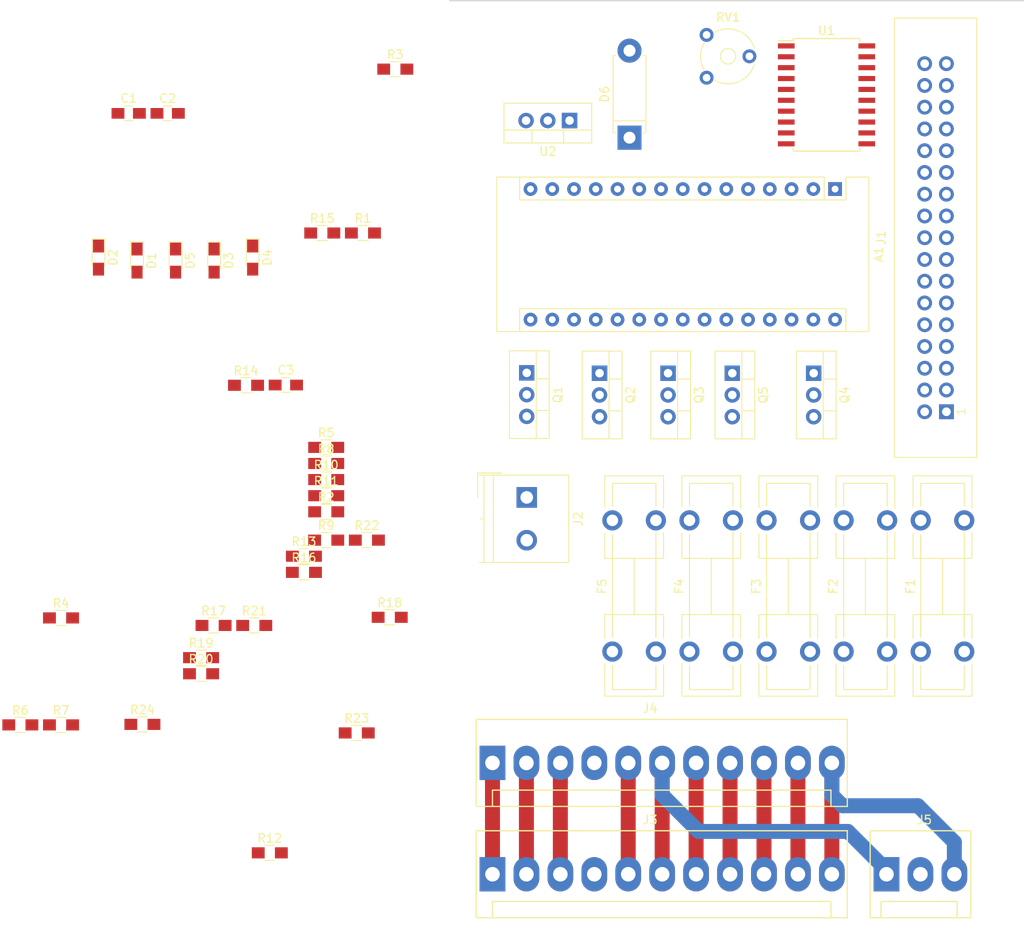
<source format=kicad_pcb>
(kicad_pcb (version 20171130) (host pcbnew 5.0.1)

  (general
    (thickness 1.6)
    (drawings 1)
    (tracks 20)
    (zones 0)
    (modules 52)
    (nets 82)
  )

  (page A4)
  (layers
    (0 F.Cu signal)
    (31 B.Cu signal)
    (32 B.Adhes user)
    (33 F.Adhes user)
    (34 B.Paste user)
    (35 F.Paste user)
    (36 B.SilkS user)
    (37 F.SilkS user)
    (38 B.Mask user)
    (39 F.Mask user)
    (40 Dwgs.User user)
    (41 Cmts.User user)
    (42 Eco1.User user)
    (43 Eco2.User user)
    (44 Edge.Cuts user)
    (45 Margin user)
    (46 B.CrtYd user)
    (47 F.CrtYd user)
    (48 B.Fab user)
    (49 F.Fab user)
  )

  (setup
    (last_trace_width 0.25)
    (trace_clearance 0.2)
    (zone_clearance 0.508)
    (zone_45_only no)
    (trace_min 0.2)
    (segment_width 0.2)
    (edge_width 0.15)
    (via_size 0.8)
    (via_drill 0.4)
    (via_min_size 0.4)
    (via_min_drill 0.3)
    (uvia_size 0.3)
    (uvia_drill 0.1)
    (uvias_allowed no)
    (uvia_min_size 0.2)
    (uvia_min_drill 0.1)
    (pcb_text_width 0.3)
    (pcb_text_size 1.5 1.5)
    (mod_edge_width 0.15)
    (mod_text_size 1 1)
    (mod_text_width 0.15)
    (pad_size 1.524 1.524)
    (pad_drill 0.762)
    (pad_to_mask_clearance 0.051)
    (solder_mask_min_width 0.25)
    (aux_axis_origin 0 0)
    (grid_origin 46 82)
    (visible_elements FFFFFF7F)
    (pcbplotparams
      (layerselection 0x010fc_ffffffff)
      (usegerberextensions false)
      (usegerberattributes false)
      (usegerberadvancedattributes false)
      (creategerberjobfile false)
      (excludeedgelayer true)
      (linewidth 0.100000)
      (plotframeref false)
      (viasonmask false)
      (mode 1)
      (useauxorigin false)
      (hpglpennumber 1)
      (hpglpenspeed 20)
      (hpglpendiameter 15.000000)
      (psnegative false)
      (psa4output false)
      (plotreference true)
      (plotvalue true)
      (plotinvisibletext false)
      (padsonsilk false)
      (subtractmaskfromsilk false)
      (outputformat 1)
      (mirror false)
      (drillshape 1)
      (scaleselection 1)
      (outputdirectory ""))
  )

  (net 0 "")
  (net 1 GND)
  (net 2 /5V)
  (net 3 +12V)
  (net 4 "Net-(D1-Pad2)")
  (net 5 /GI_OUT_0)
  (net 6 "Net-(D2-Pad2)")
  (net 7 /GI_OUT_1)
  (net 8 /GI_OUT_2)
  (net 9 "Net-(D3-Pad2)")
  (net 10 /GI_OUT_3)
  (net 11 "Net-(D4-Pad2)")
  (net 12 /GI_OUT_4)
  (net 13 "Net-(D5-Pad2)")
  (net 14 "Net-(F1-Pad1)")
  (net 15 "Net-(F2-Pad1)")
  (net 16 "Net-(F3-Pad1)")
  (net 17 "Net-(F4-Pad1)")
  (net 18 "Net-(F5-Pad1)")
  (net 19 /TRIAC)
  (net 20 /D7)
  (net 21 /D6)
  (net 22 /D5)
  (net 23 /D4)
  (net 24 /D3)
  (net 25 /D2)
  (net 26 /D1)
  (net 27 /D0)
  (net 28 /BLANK)
  (net 29 /ZC)
  (net 30 "Net-(J3-Pad4)")
  (net 31 "Net-(J4-Pad4)")
  (net 32 "Net-(J5-Pad2)")
  (net 33 "Net-(Q1-Pad1)")
  (net 34 "Net-(Q2-Pad1)")
  (net 35 "Net-(Q3-Pad1)")
  (net 36 "Net-(Q4-Pad1)")
  (net 37 "Net-(Q5-Pad1)")
  (net 38 /P0)
  (net 39 /P1)
  (net 40 /P2)
  (net 41 /P3)
  (net 42 /P4)
  (net 43 "Net-(A1-Pad19)")
  (net 44 "Net-(A1-Pad20)")
  (net 45 /T0)
  (net 46 /T4)
  (net 47 /T1)
  (net 48 "Net-(U1-Pad15)")
  (net 49 /T2)
  (net 50 "Net-(U1-Pad16)")
  (net 51 /T3)
  (net 52 "Net-(U1-Pad19)")
  (net 53 "Net-(A1-Pad1)")
  (net 54 "Net-(A1-Pad17)")
  (net 55 "Net-(A1-Pad2)")
  (net 56 "Net-(A1-Pad18)")
  (net 57 "Net-(A1-Pad3)")
  (net 58 "Net-(A1-Pad21)")
  (net 59 "Net-(A1-Pad22)")
  (net 60 "Net-(A1-Pad23)")
  (net 61 "Net-(A1-Pad24)")
  (net 62 "Net-(A1-Pad25)")
  (net 63 "Net-(A1-Pad26)")
  (net 64 "Net-(A1-Pad28)")
  (net 65 "Net-(A1-Pad30)")
  (net 66 "Net-(A1-Pad16)")
  (net 67 /PIN1)
  (net 68 /PIN2)
  (net 69 /PIN3)
  (net 70 /PIN4)
  (net 71 /PIN5)
  (net 72 /PIN6)
  (net 73 /PIN7)
  (net 74 /PIN8)
  (net 75 /PIN9)
  (net 76 /PIN10)
  (net 77 /PIN11)
  (net 78 /PIN12)
  (net 79 /PIN32)
  (net 80 /PIN33)
  (net 81 "Net-(C2-Pad1)")

  (net_class Default "This is the default net class."
    (clearance 0.2)
    (trace_width 0.25)
    (via_dia 0.8)
    (via_drill 0.4)
    (uvia_dia 0.3)
    (uvia_drill 0.1)
    (add_net +12V)
    (add_net /5V)
    (add_net /BLANK)
    (add_net /D0)
    (add_net /D1)
    (add_net /D2)
    (add_net /D3)
    (add_net /D4)
    (add_net /D5)
    (add_net /D6)
    (add_net /D7)
    (add_net /P0)
    (add_net /P1)
    (add_net /P2)
    (add_net /P3)
    (add_net /P4)
    (add_net /PIN1)
    (add_net /PIN10)
    (add_net /PIN11)
    (add_net /PIN12)
    (add_net /PIN2)
    (add_net /PIN3)
    (add_net /PIN32)
    (add_net /PIN33)
    (add_net /PIN4)
    (add_net /PIN5)
    (add_net /PIN6)
    (add_net /PIN7)
    (add_net /PIN8)
    (add_net /PIN9)
    (add_net /T0)
    (add_net /T1)
    (add_net /T2)
    (add_net /T3)
    (add_net /T4)
    (add_net /TRIAC)
    (add_net /ZC)
    (add_net GND)
    (add_net "Net-(A1-Pad1)")
    (add_net "Net-(A1-Pad16)")
    (add_net "Net-(A1-Pad17)")
    (add_net "Net-(A1-Pad18)")
    (add_net "Net-(A1-Pad19)")
    (add_net "Net-(A1-Pad2)")
    (add_net "Net-(A1-Pad20)")
    (add_net "Net-(A1-Pad21)")
    (add_net "Net-(A1-Pad22)")
    (add_net "Net-(A1-Pad23)")
    (add_net "Net-(A1-Pad24)")
    (add_net "Net-(A1-Pad25)")
    (add_net "Net-(A1-Pad26)")
    (add_net "Net-(A1-Pad28)")
    (add_net "Net-(A1-Pad3)")
    (add_net "Net-(A1-Pad30)")
    (add_net "Net-(C2-Pad1)")
    (add_net "Net-(D1-Pad2)")
    (add_net "Net-(D2-Pad2)")
    (add_net "Net-(D3-Pad2)")
    (add_net "Net-(D4-Pad2)")
    (add_net "Net-(D5-Pad2)")
    (add_net "Net-(J3-Pad4)")
    (add_net "Net-(J4-Pad4)")
    (add_net "Net-(J5-Pad2)")
    (add_net "Net-(Q1-Pad1)")
    (add_net "Net-(Q2-Pad1)")
    (add_net "Net-(Q3-Pad1)")
    (add_net "Net-(Q4-Pad1)")
    (add_net "Net-(Q5-Pad1)")
    (add_net "Net-(U1-Pad15)")
    (add_net "Net-(U1-Pad16)")
    (add_net "Net-(U1-Pad19)")
  )

  (net_class 12V ""
    (clearance 0.5)
    (trace_width 1.75)
    (via_dia 2)
    (via_drill 1)
    (uvia_dia 0.3)
    (uvia_drill 0.1)
    (diff_pair_gap 0.5)
    (diff_pair_width 0.3)
    (add_net /GI_OUT_0)
    (add_net /GI_OUT_1)
    (add_net /GI_OUT_2)
    (add_net /GI_OUT_3)
    (add_net /GI_OUT_4)
    (add_net "Net-(F1-Pad1)")
    (add_net "Net-(F2-Pad1)")
    (add_net "Net-(F3-Pad1)")
    (add_net "Net-(F4-Pad1)")
    (add_net "Net-(F5-Pad1)")
  )

  (module Connectors_Terminal_Blocks:TerminalBlock_Philmore_TB132_02x5mm_Straight (layer F.Cu) (tedit 59661312) (tstamp 5C719926)
    (at 63 88 270)
    (descr "2-way 5.0mm pitch terminal block, http://www.philmore-datak.com/mc/Page%20197.pdf")
    (tags "screw terminal block")
    (path /5C2F87F9)
    (fp_text reference J2 (at 2.5 -6 270) (layer F.SilkS)
      (effects (font (size 1 1) (thickness 0.15)))
    )
    (fp_text value POWER_CONN (at 2.5 6.9 270) (layer F.Fab)
      (effects (font (size 1 1) (thickness 0.15)))
    )
    (fp_line (start -3 -5.3) (end -3 5.9) (layer F.CrtYd) (width 0.05))
    (fp_line (start -3 5.9) (end 8 5.9) (layer F.CrtYd) (width 0.05))
    (fp_line (start 8 5.9) (end 8 -5.3) (layer F.CrtYd) (width 0.05))
    (fp_line (start 8 -5.3) (end -3 -5.3) (layer F.CrtYd) (width 0.05))
    (fp_line (start -2.5 3.9) (end 7.5 3.9) (layer F.Fab) (width 0.1))
    (fp_line (start -2.5 5) (end 7.5 5) (layer F.Fab) (width 0.1))
    (fp_line (start -2.5 5.4) (end -2.5 -4.8) (layer F.Fab) (width 0.1))
    (fp_line (start -2.5 -4.8) (end 7.5 -4.8) (layer F.Fab) (width 0.1))
    (fp_line (start 7.5 -4.8) (end 7.5 5.4) (layer F.Fab) (width 0.1))
    (fp_line (start 2.5 5) (end 2.5 5.4) (layer F.Fab) (width 0.1))
    (fp_line (start -2.84 2.9) (end -2.84 5.74) (layer F.Fab) (width 0.1))
    (fp_line (start -2.84 5.74) (end 0 5.74) (layer F.Fab) (width 0.1))
    (fp_line (start -2.6 3.9) (end 7.6 3.9) (layer F.SilkS) (width 0.12))
    (fp_line (start -2.6 5) (end 7.6 5) (layer F.SilkS) (width 0.12))
    (fp_line (start -2.6 5.5) (end -2.6 -4.9) (layer F.SilkS) (width 0.12))
    (fp_line (start -2.6 -4.9) (end 7.6 -4.9) (layer F.SilkS) (width 0.12))
    (fp_line (start 7.6 -4.9) (end 7.6 5.5) (layer F.SilkS) (width 0.12))
    (fp_line (start 2.5 5) (end 2.5 5.4) (layer F.SilkS) (width 0.12))
    (fp_line (start -2.84 2.9) (end -2.84 5.74) (layer F.SilkS) (width 0.12))
    (fp_line (start -2.84 5.74) (end 0 5.74) (layer F.SilkS) (width 0.12))
    (fp_text user %R (at 3 3 270) (layer F.Fab)
      (effects (font (size 1 1) (thickness 0.15)))
    )
    (pad 1 thru_hole rect (at 0 0 270) (size 2.4 2.4) (drill 1.47) (layers *.Cu *.Mask)
      (net 1 GND))
    (pad 2 thru_hole circle (at 5 0 270) (size 2.4 2.4) (drill 1.47) (layers *.Cu *.Mask)
      (net 3 +12V))
    (model ${KISYS3DMOD}/Connectors_Terminal_Blocks.3dshapes/TerminalBlock_Philmore_TB132_02x5mm_Straight.wrl
      (at (xyz 0 0 0))
      (scale (xyz 1 1 1))
      (rotate (xyz 0 0 0))
    )
  )

  (module Housings_SOIC:SOIC-20W_7.5x12.8mm_Pitch1.27mm (layer F.Cu) (tedit 58CC8F64) (tstamp 5C713EEC)
    (at 98 41)
    (descr "20-Lead Plastic Small Outline (SO) - Wide, 7.50 mm Body [SOIC] (see Microchip Packaging Specification 00000049BS.pdf)")
    (tags "SOIC 1.27")
    (path /5C2F7ADE)
    (attr smd)
    (fp_text reference U1 (at 0 -7.5) (layer F.SilkS)
      (effects (font (size 1 1) (thickness 0.15)))
    )
    (fp_text value 74LS374 (at 0 7.5) (layer F.Fab)
      (effects (font (size 1 1) (thickness 0.15)))
    )
    (fp_text user %R (at 0 0) (layer F.Fab)
      (effects (font (size 1 1) (thickness 0.15)))
    )
    (fp_line (start -2.75 -6.4) (end 3.75 -6.4) (layer F.Fab) (width 0.15))
    (fp_line (start 3.75 -6.4) (end 3.75 6.4) (layer F.Fab) (width 0.15))
    (fp_line (start 3.75 6.4) (end -3.75 6.4) (layer F.Fab) (width 0.15))
    (fp_line (start -3.75 6.4) (end -3.75 -5.4) (layer F.Fab) (width 0.15))
    (fp_line (start -3.75 -5.4) (end -2.75 -6.4) (layer F.Fab) (width 0.15))
    (fp_line (start -5.95 -6.75) (end -5.95 6.75) (layer F.CrtYd) (width 0.05))
    (fp_line (start 5.95 -6.75) (end 5.95 6.75) (layer F.CrtYd) (width 0.05))
    (fp_line (start -5.95 -6.75) (end 5.95 -6.75) (layer F.CrtYd) (width 0.05))
    (fp_line (start -5.95 6.75) (end 5.95 6.75) (layer F.CrtYd) (width 0.05))
    (fp_line (start -3.875 -6.575) (end -3.875 -6.325) (layer F.SilkS) (width 0.15))
    (fp_line (start 3.875 -6.575) (end 3.875 -6.24) (layer F.SilkS) (width 0.15))
    (fp_line (start 3.875 6.575) (end 3.875 6.24) (layer F.SilkS) (width 0.15))
    (fp_line (start -3.875 6.575) (end -3.875 6.24) (layer F.SilkS) (width 0.15))
    (fp_line (start -3.875 -6.575) (end 3.875 -6.575) (layer F.SilkS) (width 0.15))
    (fp_line (start -3.875 6.575) (end 3.875 6.575) (layer F.SilkS) (width 0.15))
    (fp_line (start -3.875 -6.325) (end -5.675 -6.325) (layer F.SilkS) (width 0.15))
    (pad 1 smd rect (at -4.7 -5.715) (size 1.95 0.6) (layers F.Cu F.Paste F.Mask)
      (net 28 /BLANK))
    (pad 2 smd rect (at -4.7 -4.445) (size 1.95 0.6) (layers F.Cu F.Paste F.Mask)
      (net 45 /T0))
    (pad 3 smd rect (at -4.7 -3.175) (size 1.95 0.6) (layers F.Cu F.Paste F.Mask)
      (net 27 /D0))
    (pad 4 smd rect (at -4.7 -1.905) (size 1.95 0.6) (layers F.Cu F.Paste F.Mask)
      (net 26 /D1))
    (pad 5 smd rect (at -4.7 -0.635) (size 1.95 0.6) (layers F.Cu F.Paste F.Mask)
      (net 47 /T1))
    (pad 6 smd rect (at -4.7 0.635) (size 1.95 0.6) (layers F.Cu F.Paste F.Mask)
      (net 49 /T2))
    (pad 7 smd rect (at -4.7 1.905) (size 1.95 0.6) (layers F.Cu F.Paste F.Mask)
      (net 25 /D2))
    (pad 8 smd rect (at -4.7 3.175) (size 1.95 0.6) (layers F.Cu F.Paste F.Mask)
      (net 24 /D3))
    (pad 9 smd rect (at -4.7 4.445) (size 1.95 0.6) (layers F.Cu F.Paste F.Mask)
      (net 51 /T3))
    (pad 10 smd rect (at -4.7 5.715) (size 1.95 0.6) (layers F.Cu F.Paste F.Mask)
      (net 1 GND))
    (pad 11 smd rect (at 4.7 5.715) (size 1.95 0.6) (layers F.Cu F.Paste F.Mask)
      (net 19 /TRIAC))
    (pad 12 smd rect (at 4.7 4.445) (size 1.95 0.6) (layers F.Cu F.Paste F.Mask)
      (net 46 /T4))
    (pad 13 smd rect (at 4.7 3.175) (size 1.95 0.6) (layers F.Cu F.Paste F.Mask)
      (net 23 /D4))
    (pad 14 smd rect (at 4.7 1.905) (size 1.95 0.6) (layers F.Cu F.Paste F.Mask)
      (net 22 /D5))
    (pad 15 smd rect (at 4.7 0.635) (size 1.95 0.6) (layers F.Cu F.Paste F.Mask)
      (net 48 "Net-(U1-Pad15)"))
    (pad 16 smd rect (at 4.7 -0.635) (size 1.95 0.6) (layers F.Cu F.Paste F.Mask)
      (net 50 "Net-(U1-Pad16)"))
    (pad 17 smd rect (at 4.7 -1.905) (size 1.95 0.6) (layers F.Cu F.Paste F.Mask)
      (net 21 /D6))
    (pad 18 smd rect (at 4.7 -3.175) (size 1.95 0.6) (layers F.Cu F.Paste F.Mask)
      (net 20 /D7))
    (pad 19 smd rect (at 4.7 -4.445) (size 1.95 0.6) (layers F.Cu F.Paste F.Mask)
      (net 52 "Net-(U1-Pad19)"))
    (pad 20 smd rect (at 4.7 -5.715) (size 1.95 0.6) (layers F.Cu F.Paste F.Mask)
      (net 2 /5V))
    (model ${KISYS3DMOD}/Housings_SOIC.3dshapes/SOIC-20W_7.5x12.8mm_Pitch1.27mm.wrl
      (at (xyz 0 0 0))
      (scale (xyz 1 1 1))
      (rotate (xyz 0 0 0))
    )
    (model ${KISYS3DMOD}/Package_SO.3dshapes/SOIC-20W_7.5x12.8mm_P1.27mm.step
      (at (xyz 0 0 0))
      (scale (xyz 1 1 1))
      (rotate (xyz 0 0 0))
    )
  )

  (module Modules:Arduino_Nano (layer F.Cu) (tedit 58ACAF70) (tstamp 5C49A8F9)
    (at 99 52 270)
    (descr "Arduino Nano, http://www.mouser.com/pdfdocs/Gravitech_Arduino_Nano3_0.pdf")
    (tags "Arduino Nano")
    (path /5C2F7899)
    (fp_text reference A1 (at 7.62 -5.08 270) (layer F.SilkS)
      (effects (font (size 1 1) (thickness 0.15)))
    )
    (fp_text value Arduino_Nano_v3.x (at 8.89 19.05) (layer F.Fab)
      (effects (font (size 1 1) (thickness 0.15)))
    )
    (fp_text user %R (at 6.35 19.05) (layer F.Fab)
      (effects (font (size 1 1) (thickness 0.15)))
    )
    (fp_line (start 1.27 1.27) (end 1.27 -1.27) (layer F.SilkS) (width 0.12))
    (fp_line (start 1.27 -1.27) (end -1.4 -1.27) (layer F.SilkS) (width 0.12))
    (fp_line (start -1.4 1.27) (end -1.4 39.5) (layer F.SilkS) (width 0.12))
    (fp_line (start -1.4 -3.94) (end -1.4 -1.27) (layer F.SilkS) (width 0.12))
    (fp_line (start 13.97 -1.27) (end 16.64 -1.27) (layer F.SilkS) (width 0.12))
    (fp_line (start 13.97 -1.27) (end 13.97 36.83) (layer F.SilkS) (width 0.12))
    (fp_line (start 13.97 36.83) (end 16.64 36.83) (layer F.SilkS) (width 0.12))
    (fp_line (start 1.27 1.27) (end -1.4 1.27) (layer F.SilkS) (width 0.12))
    (fp_line (start 1.27 1.27) (end 1.27 36.83) (layer F.SilkS) (width 0.12))
    (fp_line (start 1.27 36.83) (end -1.4 36.83) (layer F.SilkS) (width 0.12))
    (fp_line (start 3.81 31.75) (end 11.43 31.75) (layer F.Fab) (width 0.1))
    (fp_line (start 11.43 31.75) (end 11.43 41.91) (layer F.Fab) (width 0.1))
    (fp_line (start 11.43 41.91) (end 3.81 41.91) (layer F.Fab) (width 0.1))
    (fp_line (start 3.81 41.91) (end 3.81 31.75) (layer F.Fab) (width 0.1))
    (fp_line (start -1.4 39.5) (end 16.64 39.5) (layer F.SilkS) (width 0.12))
    (fp_line (start 16.64 39.5) (end 16.64 -3.94) (layer F.SilkS) (width 0.12))
    (fp_line (start 16.64 -3.94) (end -1.4 -3.94) (layer F.SilkS) (width 0.12))
    (fp_line (start 16.51 39.37) (end -1.27 39.37) (layer F.Fab) (width 0.1))
    (fp_line (start -1.27 39.37) (end -1.27 -2.54) (layer F.Fab) (width 0.1))
    (fp_line (start -1.27 -2.54) (end 0 -3.81) (layer F.Fab) (width 0.1))
    (fp_line (start 0 -3.81) (end 16.51 -3.81) (layer F.Fab) (width 0.1))
    (fp_line (start 16.51 -3.81) (end 16.51 39.37) (layer F.Fab) (width 0.1))
    (fp_line (start -1.53 -4.06) (end 16.75 -4.06) (layer F.CrtYd) (width 0.05))
    (fp_line (start -1.53 -4.06) (end -1.53 42.16) (layer F.CrtYd) (width 0.05))
    (fp_line (start 16.75 42.16) (end 16.75 -4.06) (layer F.CrtYd) (width 0.05))
    (fp_line (start 16.75 42.16) (end -1.53 42.16) (layer F.CrtYd) (width 0.05))
    (pad 1 thru_hole rect (at 0 0 270) (size 1.6 1.6) (drill 0.8) (layers *.Cu *.Mask)
      (net 53 "Net-(A1-Pad1)"))
    (pad 17 thru_hole oval (at 15.24 33.02 270) (size 1.6 1.6) (drill 0.8) (layers *.Cu *.Mask)
      (net 54 "Net-(A1-Pad17)"))
    (pad 2 thru_hole oval (at 0 2.54 270) (size 1.6 1.6) (drill 0.8) (layers *.Cu *.Mask)
      (net 55 "Net-(A1-Pad2)"))
    (pad 18 thru_hole oval (at 15.24 30.48 270) (size 1.6 1.6) (drill 0.8) (layers *.Cu *.Mask)
      (net 56 "Net-(A1-Pad18)"))
    (pad 3 thru_hole oval (at 0 5.08 270) (size 1.6 1.6) (drill 0.8) (layers *.Cu *.Mask)
      (net 57 "Net-(A1-Pad3)"))
    (pad 19 thru_hole oval (at 15.24 27.94 270) (size 1.6 1.6) (drill 0.8) (layers *.Cu *.Mask)
      (net 43 "Net-(A1-Pad19)"))
    (pad 4 thru_hole oval (at 0 7.62 270) (size 1.6 1.6) (drill 0.8) (layers *.Cu *.Mask)
      (net 1 GND))
    (pad 20 thru_hole oval (at 15.24 25.4 270) (size 1.6 1.6) (drill 0.8) (layers *.Cu *.Mask)
      (net 44 "Net-(A1-Pad20)"))
    (pad 5 thru_hole oval (at 0 10.16 270) (size 1.6 1.6) (drill 0.8) (layers *.Cu *.Mask)
      (net 45 /T0))
    (pad 21 thru_hole oval (at 15.24 22.86 270) (size 1.6 1.6) (drill 0.8) (layers *.Cu *.Mask)
      (net 58 "Net-(A1-Pad21)"))
    (pad 6 thru_hole oval (at 0 12.7 270) (size 1.6 1.6) (drill 0.8) (layers *.Cu *.Mask)
      (net 47 /T1))
    (pad 22 thru_hole oval (at 15.24 20.32 270) (size 1.6 1.6) (drill 0.8) (layers *.Cu *.Mask)
      (net 59 "Net-(A1-Pad22)"))
    (pad 7 thru_hole oval (at 0 15.24 270) (size 1.6 1.6) (drill 0.8) (layers *.Cu *.Mask)
      (net 49 /T2))
    (pad 23 thru_hole oval (at 15.24 17.78 270) (size 1.6 1.6) (drill 0.8) (layers *.Cu *.Mask)
      (net 60 "Net-(A1-Pad23)"))
    (pad 8 thru_hole oval (at 0 17.78 270) (size 1.6 1.6) (drill 0.8) (layers *.Cu *.Mask)
      (net 38 /P0))
    (pad 24 thru_hole oval (at 15.24 15.24 270) (size 1.6 1.6) (drill 0.8) (layers *.Cu *.Mask)
      (net 61 "Net-(A1-Pad24)"))
    (pad 9 thru_hole oval (at 0 20.32 270) (size 1.6 1.6) (drill 0.8) (layers *.Cu *.Mask)
      (net 42 /P4))
    (pad 25 thru_hole oval (at 15.24 12.7 270) (size 1.6 1.6) (drill 0.8) (layers *.Cu *.Mask)
      (net 62 "Net-(A1-Pad25)"))
    (pad 10 thru_hole oval (at 0 22.86 270) (size 1.6 1.6) (drill 0.8) (layers *.Cu *.Mask)
      (net 29 /ZC))
    (pad 26 thru_hole oval (at 15.24 10.16 270) (size 1.6 1.6) (drill 0.8) (layers *.Cu *.Mask)
      (net 63 "Net-(A1-Pad26)"))
    (pad 11 thru_hole oval (at 0 25.4 270) (size 1.6 1.6) (drill 0.8) (layers *.Cu *.Mask)
      (net 51 /T3))
    (pad 27 thru_hole oval (at 15.24 7.62 270) (size 1.6 1.6) (drill 0.8) (layers *.Cu *.Mask)
      (net 2 /5V))
    (pad 12 thru_hole oval (at 0 27.94 270) (size 1.6 1.6) (drill 0.8) (layers *.Cu *.Mask)
      (net 39 /P1))
    (pad 28 thru_hole oval (at 15.24 5.08 270) (size 1.6 1.6) (drill 0.8) (layers *.Cu *.Mask)
      (net 64 "Net-(A1-Pad28)"))
    (pad 13 thru_hole oval (at 0 30.48 270) (size 1.6 1.6) (drill 0.8) (layers *.Cu *.Mask)
      (net 40 /P2))
    (pad 29 thru_hole oval (at 15.24 2.54 270) (size 1.6 1.6) (drill 0.8) (layers *.Cu *.Mask)
      (net 1 GND))
    (pad 14 thru_hole oval (at 0 33.02 270) (size 1.6 1.6) (drill 0.8) (layers *.Cu *.Mask)
      (net 41 /P3))
    (pad 30 thru_hole oval (at 15.24 0 270) (size 1.6 1.6) (drill 0.8) (layers *.Cu *.Mask)
      (net 65 "Net-(A1-Pad30)"))
    (pad 15 thru_hole oval (at 0 35.56 270) (size 1.6 1.6) (drill 0.8) (layers *.Cu *.Mask)
      (net 46 /T4))
    (pad 16 thru_hole oval (at 15.24 35.56 270) (size 1.6 1.6) (drill 0.8) (layers *.Cu *.Mask)
      (net 66 "Net-(A1-Pad16)"))
    (model ${KISYS3DMOD}/arduino/arduino-nano.wrl
      (offset (xyz 17.3 -41.1 -4))
      (scale (xyz 0.39 0.39 0.39))
      (rotate (xyz 0 0 -90))
    )
  )

  (module Capacitors_SMD:C_0805_HandSoldering (layer F.Cu) (tedit 58AA84A8) (tstamp 5C490AC0)
    (at 16.525001 43.160001)
    (descr "Capacitor SMD 0805, hand soldering")
    (tags "capacitor 0805")
    (path /5C2FCDEF)
    (attr smd)
    (fp_text reference C1 (at 0 -1.75) (layer F.SilkS)
      (effects (font (size 1 1) (thickness 0.15)))
    )
    (fp_text value C_Small (at 0 1.75) (layer F.Fab)
      (effects (font (size 1 1) (thickness 0.15)))
    )
    (fp_text user %R (at 0 -1.75) (layer F.Fab)
      (effects (font (size 1 1) (thickness 0.15)))
    )
    (fp_line (start -1 0.62) (end -1 -0.62) (layer F.Fab) (width 0.1))
    (fp_line (start 1 0.62) (end -1 0.62) (layer F.Fab) (width 0.1))
    (fp_line (start 1 -0.62) (end 1 0.62) (layer F.Fab) (width 0.1))
    (fp_line (start -1 -0.62) (end 1 -0.62) (layer F.Fab) (width 0.1))
    (fp_line (start 0.5 -0.85) (end -0.5 -0.85) (layer F.SilkS) (width 0.12))
    (fp_line (start -0.5 0.85) (end 0.5 0.85) (layer F.SilkS) (width 0.12))
    (fp_line (start -2.25 -0.88) (end 2.25 -0.88) (layer F.CrtYd) (width 0.05))
    (fp_line (start -2.25 -0.88) (end -2.25 0.87) (layer F.CrtYd) (width 0.05))
    (fp_line (start 2.25 0.87) (end 2.25 -0.88) (layer F.CrtYd) (width 0.05))
    (fp_line (start 2.25 0.87) (end -2.25 0.87) (layer F.CrtYd) (width 0.05))
    (pad 1 smd rect (at -1.25 0) (size 1.5 1.25) (layers F.Cu F.Paste F.Mask)
      (net 1 GND))
    (pad 2 smd rect (at 1.25 0) (size 1.5 1.25) (layers F.Cu F.Paste F.Mask)
      (net 2 /5V))
    (model Capacitors_SMD.3dshapes/C_0805.wrl
      (at (xyz 0 0 0))
      (scale (xyz 1 1 1))
      (rotate (xyz 0 0 0))
    )
  )

  (module Capacitors_SMD:C_0805_HandSoldering (layer F.Cu) (tedit 58AA84A8) (tstamp 5C490AD1)
    (at 21.075001 43.160001)
    (descr "Capacitor SMD 0805, hand soldering")
    (tags "capacitor 0805")
    (path /5C4091D9)
    (attr smd)
    (fp_text reference C2 (at 0 -1.75) (layer F.SilkS)
      (effects (font (size 1 1) (thickness 0.15)))
    )
    (fp_text value 0.33u (at 0 1.75) (layer F.Fab)
      (effects (font (size 1 1) (thickness 0.15)))
    )
    (fp_text user %R (at 0 -1.75) (layer F.Fab)
      (effects (font (size 1 1) (thickness 0.15)))
    )
    (fp_line (start -1 0.62) (end -1 -0.62) (layer F.Fab) (width 0.1))
    (fp_line (start 1 0.62) (end -1 0.62) (layer F.Fab) (width 0.1))
    (fp_line (start 1 -0.62) (end 1 0.62) (layer F.Fab) (width 0.1))
    (fp_line (start -1 -0.62) (end 1 -0.62) (layer F.Fab) (width 0.1))
    (fp_line (start 0.5 -0.85) (end -0.5 -0.85) (layer F.SilkS) (width 0.12))
    (fp_line (start -0.5 0.85) (end 0.5 0.85) (layer F.SilkS) (width 0.12))
    (fp_line (start -2.25 -0.88) (end 2.25 -0.88) (layer F.CrtYd) (width 0.05))
    (fp_line (start -2.25 -0.88) (end -2.25 0.87) (layer F.CrtYd) (width 0.05))
    (fp_line (start 2.25 0.87) (end 2.25 -0.88) (layer F.CrtYd) (width 0.05))
    (fp_line (start 2.25 0.87) (end -2.25 0.87) (layer F.CrtYd) (width 0.05))
    (pad 1 smd rect (at -1.25 0) (size 1.5 1.25) (layers F.Cu F.Paste F.Mask)
      (net 81 "Net-(C2-Pad1)"))
    (pad 2 smd rect (at 1.25 0) (size 1.5 1.25) (layers F.Cu F.Paste F.Mask)
      (net 1 GND))
    (model Capacitors_SMD.3dshapes/C_0805.wrl
      (at (xyz 0 0 0))
      (scale (xyz 1 1 1))
      (rotate (xyz 0 0 0))
    )
  )

  (module Capacitors_SMD:C_0805_HandSoldering (layer F.Cu) (tedit 58AA84A8) (tstamp 5C490AE2)
    (at 34.875001 74.880001)
    (descr "Capacitor SMD 0805, hand soldering")
    (tags "capacitor 0805")
    (path /5C2FC91D)
    (attr smd)
    (fp_text reference C3 (at 0 -1.75) (layer F.SilkS)
      (effects (font (size 1 1) (thickness 0.15)))
    )
    (fp_text value 0.1u (at 0 1.75) (layer F.Fab)
      (effects (font (size 1 1) (thickness 0.15)))
    )
    (fp_line (start 2.25 0.87) (end -2.25 0.87) (layer F.CrtYd) (width 0.05))
    (fp_line (start 2.25 0.87) (end 2.25 -0.88) (layer F.CrtYd) (width 0.05))
    (fp_line (start -2.25 -0.88) (end -2.25 0.87) (layer F.CrtYd) (width 0.05))
    (fp_line (start -2.25 -0.88) (end 2.25 -0.88) (layer F.CrtYd) (width 0.05))
    (fp_line (start -0.5 0.85) (end 0.5 0.85) (layer F.SilkS) (width 0.12))
    (fp_line (start 0.5 -0.85) (end -0.5 -0.85) (layer F.SilkS) (width 0.12))
    (fp_line (start -1 -0.62) (end 1 -0.62) (layer F.Fab) (width 0.1))
    (fp_line (start 1 -0.62) (end 1 0.62) (layer F.Fab) (width 0.1))
    (fp_line (start 1 0.62) (end -1 0.62) (layer F.Fab) (width 0.1))
    (fp_line (start -1 0.62) (end -1 -0.62) (layer F.Fab) (width 0.1))
    (fp_text user %R (at 0 -1.75) (layer F.Fab)
      (effects (font (size 1 1) (thickness 0.15)))
    )
    (pad 2 smd rect (at 1.25 0) (size 1.5 1.25) (layers F.Cu F.Paste F.Mask)
      (net 1 GND))
    (pad 1 smd rect (at -1.25 0) (size 1.5 1.25) (layers F.Cu F.Paste F.Mask)
      (net 2 /5V))
    (model Capacitors_SMD.3dshapes/C_0805.wrl
      (at (xyz 0 0 0))
      (scale (xyz 1 1 1))
      (rotate (xyz 0 0 0))
    )
  )

  (module LEDs:LED_0805_HandSoldering (layer F.Cu) (tedit 595FCA25) (tstamp 5C490AF7)
    (at 17.5 60.35 270)
    (descr "Resistor SMD 0805, hand soldering")
    (tags "resistor 0805")
    (path /5C2F8DB2)
    (attr smd)
    (fp_text reference D1 (at 0 -1.7 270) (layer F.SilkS)
      (effects (font (size 1 1) (thickness 0.15)))
    )
    (fp_text value LED (at 0 1.75 270) (layer F.Fab)
      (effects (font (size 1 1) (thickness 0.15)))
    )
    (fp_line (start -2.2 -0.75) (end -2.2 0.75) (layer F.SilkS) (width 0.12))
    (fp_line (start 2.35 0.9) (end -2.35 0.9) (layer F.CrtYd) (width 0.05))
    (fp_line (start 2.35 0.9) (end 2.35 -0.9) (layer F.CrtYd) (width 0.05))
    (fp_line (start -2.35 -0.9) (end -2.35 0.9) (layer F.CrtYd) (width 0.05))
    (fp_line (start -2.35 -0.9) (end 2.35 -0.9) (layer F.CrtYd) (width 0.05))
    (fp_line (start -2.2 -0.75) (end 1 -0.75) (layer F.SilkS) (width 0.12))
    (fp_line (start 1 0.75) (end -2.2 0.75) (layer F.SilkS) (width 0.12))
    (fp_line (start -1 -0.62) (end 1 -0.62) (layer F.Fab) (width 0.1))
    (fp_line (start 1 -0.62) (end 1 0.62) (layer F.Fab) (width 0.1))
    (fp_line (start 1 0.62) (end -1 0.62) (layer F.Fab) (width 0.1))
    (fp_line (start -1 0.62) (end -1 -0.62) (layer F.Fab) (width 0.1))
    (fp_line (start 0.2 -0.4) (end 0.2 0.4) (layer F.Fab) (width 0.1))
    (fp_line (start 0.2 0.4) (end -0.4 0) (layer F.Fab) (width 0.1))
    (fp_line (start -0.4 0) (end 0.2 -0.4) (layer F.Fab) (width 0.1))
    (fp_line (start -0.4 -0.4) (end -0.4 0.4) (layer F.Fab) (width 0.1))
    (pad 2 smd rect (at 1.35 0 270) (size 1.5 1.3) (layers F.Cu F.Paste F.Mask)
      (net 4 "Net-(D1-Pad2)"))
    (pad 1 smd rect (at -1.35 0 270) (size 1.5 1.3) (layers F.Cu F.Paste F.Mask)
      (net 5 /GI_OUT_0))
    (model ${KISYS3DMOD}/LEDs.3dshapes/LED_0805.wrl
      (at (xyz 0 0 0))
      (scale (xyz 1 1 1))
      (rotate (xyz 0 0 0))
    )
    (model ${KISYS3DMOD}/LED_SMD.3dshapes/LED_0805_2012Metric_Castellated.step
      (at (xyz 0 0 0))
      (scale (xyz 1 1 1))
      (rotate (xyz 0 0 0))
    )
  )

  (module LEDs:LED_0805_HandSoldering (layer F.Cu) (tedit 595FCA25) (tstamp 5C490B0C)
    (at 13 60 270)
    (descr "Resistor SMD 0805, hand soldering")
    (tags "resistor 0805")
    (path /5C37F3E2)
    (attr smd)
    (fp_text reference D2 (at 0 -1.7 270) (layer F.SilkS)
      (effects (font (size 1 1) (thickness 0.15)))
    )
    (fp_text value LED (at 0 1.75 270) (layer F.Fab)
      (effects (font (size 1 1) (thickness 0.15)))
    )
    (fp_line (start -2.2 -0.75) (end -2.2 0.75) (layer F.SilkS) (width 0.12))
    (fp_line (start 2.35 0.9) (end -2.35 0.9) (layer F.CrtYd) (width 0.05))
    (fp_line (start 2.35 0.9) (end 2.35 -0.9) (layer F.CrtYd) (width 0.05))
    (fp_line (start -2.35 -0.9) (end -2.35 0.9) (layer F.CrtYd) (width 0.05))
    (fp_line (start -2.35 -0.9) (end 2.35 -0.9) (layer F.CrtYd) (width 0.05))
    (fp_line (start -2.2 -0.75) (end 1 -0.75) (layer F.SilkS) (width 0.12))
    (fp_line (start 1 0.75) (end -2.2 0.75) (layer F.SilkS) (width 0.12))
    (fp_line (start -1 -0.62) (end 1 -0.62) (layer F.Fab) (width 0.1))
    (fp_line (start 1 -0.62) (end 1 0.62) (layer F.Fab) (width 0.1))
    (fp_line (start 1 0.62) (end -1 0.62) (layer F.Fab) (width 0.1))
    (fp_line (start -1 0.62) (end -1 -0.62) (layer F.Fab) (width 0.1))
    (fp_line (start 0.2 -0.4) (end 0.2 0.4) (layer F.Fab) (width 0.1))
    (fp_line (start 0.2 0.4) (end -0.4 0) (layer F.Fab) (width 0.1))
    (fp_line (start -0.4 0) (end 0.2 -0.4) (layer F.Fab) (width 0.1))
    (fp_line (start -0.4 -0.4) (end -0.4 0.4) (layer F.Fab) (width 0.1))
    (pad 2 smd rect (at 1.35 0 270) (size 1.5 1.3) (layers F.Cu F.Paste F.Mask)
      (net 6 "Net-(D2-Pad2)"))
    (pad 1 smd rect (at -1.35 0 270) (size 1.5 1.3) (layers F.Cu F.Paste F.Mask)
      (net 7 /GI_OUT_1))
    (model ${KISYS3DMOD}/LEDs.3dshapes/LED_0805.wrl
      (at (xyz 0 0 0))
      (scale (xyz 1 1 1))
      (rotate (xyz 0 0 0))
    )
    (model ${KISYS3DMOD}/LED_SMD.3dshapes/LED_0805_2012Metric_Castellated.step
      (at (xyz 0 0 0))
      (scale (xyz 1 1 1))
      (rotate (xyz 0 0 0))
    )
  )

  (module LEDs:LED_0805_HandSoldering (layer F.Cu) (tedit 595FCA25) (tstamp 5C490B21)
    (at 26.5 60.35 270)
    (descr "Resistor SMD 0805, hand soldering")
    (tags "resistor 0805")
    (path /5C381CB7)
    (attr smd)
    (fp_text reference D3 (at 0 -1.7 270) (layer F.SilkS)
      (effects (font (size 1 1) (thickness 0.15)))
    )
    (fp_text value LED (at 0 1.75 270) (layer F.Fab)
      (effects (font (size 1 1) (thickness 0.15)))
    )
    (fp_line (start -0.4 -0.4) (end -0.4 0.4) (layer F.Fab) (width 0.1))
    (fp_line (start -0.4 0) (end 0.2 -0.4) (layer F.Fab) (width 0.1))
    (fp_line (start 0.2 0.4) (end -0.4 0) (layer F.Fab) (width 0.1))
    (fp_line (start 0.2 -0.4) (end 0.2 0.4) (layer F.Fab) (width 0.1))
    (fp_line (start -1 0.62) (end -1 -0.62) (layer F.Fab) (width 0.1))
    (fp_line (start 1 0.62) (end -1 0.62) (layer F.Fab) (width 0.1))
    (fp_line (start 1 -0.62) (end 1 0.62) (layer F.Fab) (width 0.1))
    (fp_line (start -1 -0.62) (end 1 -0.62) (layer F.Fab) (width 0.1))
    (fp_line (start 1 0.75) (end -2.2 0.75) (layer F.SilkS) (width 0.12))
    (fp_line (start -2.2 -0.75) (end 1 -0.75) (layer F.SilkS) (width 0.12))
    (fp_line (start -2.35 -0.9) (end 2.35 -0.9) (layer F.CrtYd) (width 0.05))
    (fp_line (start -2.35 -0.9) (end -2.35 0.9) (layer F.CrtYd) (width 0.05))
    (fp_line (start 2.35 0.9) (end 2.35 -0.9) (layer F.CrtYd) (width 0.05))
    (fp_line (start 2.35 0.9) (end -2.35 0.9) (layer F.CrtYd) (width 0.05))
    (fp_line (start -2.2 -0.75) (end -2.2 0.75) (layer F.SilkS) (width 0.12))
    (pad 1 smd rect (at -1.35 0 270) (size 1.5 1.3) (layers F.Cu F.Paste F.Mask)
      (net 8 /GI_OUT_2))
    (pad 2 smd rect (at 1.35 0 270) (size 1.5 1.3) (layers F.Cu F.Paste F.Mask)
      (net 9 "Net-(D3-Pad2)"))
    (model ${KISYS3DMOD}/LEDs.3dshapes/LED_0805.wrl
      (at (xyz 0 0 0))
      (scale (xyz 1 1 1))
      (rotate (xyz 0 0 0))
    )
    (model ${KISYS3DMOD}/LED_SMD.3dshapes/LED_0805_2012Metric_Castellated.step
      (at (xyz 0 0 0))
      (scale (xyz 1 1 1))
      (rotate (xyz 0 0 0))
    )
  )

  (module LEDs:LED_0805_HandSoldering (layer F.Cu) (tedit 595FCA25) (tstamp 5C490B36)
    (at 31 60 270)
    (descr "Resistor SMD 0805, hand soldering")
    (tags "resistor 0805")
    (path /5C381CC7)
    (attr smd)
    (fp_text reference D4 (at 0 -1.7 270) (layer F.SilkS)
      (effects (font (size 1 1) (thickness 0.15)))
    )
    (fp_text value LED (at 0 1.75 270) (layer F.Fab)
      (effects (font (size 1 1) (thickness 0.15)))
    )
    (fp_line (start -0.4 -0.4) (end -0.4 0.4) (layer F.Fab) (width 0.1))
    (fp_line (start -0.4 0) (end 0.2 -0.4) (layer F.Fab) (width 0.1))
    (fp_line (start 0.2 0.4) (end -0.4 0) (layer F.Fab) (width 0.1))
    (fp_line (start 0.2 -0.4) (end 0.2 0.4) (layer F.Fab) (width 0.1))
    (fp_line (start -1 0.62) (end -1 -0.62) (layer F.Fab) (width 0.1))
    (fp_line (start 1 0.62) (end -1 0.62) (layer F.Fab) (width 0.1))
    (fp_line (start 1 -0.62) (end 1 0.62) (layer F.Fab) (width 0.1))
    (fp_line (start -1 -0.62) (end 1 -0.62) (layer F.Fab) (width 0.1))
    (fp_line (start 1 0.75) (end -2.2 0.75) (layer F.SilkS) (width 0.12))
    (fp_line (start -2.2 -0.75) (end 1 -0.75) (layer F.SilkS) (width 0.12))
    (fp_line (start -2.35 -0.9) (end 2.35 -0.9) (layer F.CrtYd) (width 0.05))
    (fp_line (start -2.35 -0.9) (end -2.35 0.9) (layer F.CrtYd) (width 0.05))
    (fp_line (start 2.35 0.9) (end 2.35 -0.9) (layer F.CrtYd) (width 0.05))
    (fp_line (start 2.35 0.9) (end -2.35 0.9) (layer F.CrtYd) (width 0.05))
    (fp_line (start -2.2 -0.75) (end -2.2 0.75) (layer F.SilkS) (width 0.12))
    (pad 1 smd rect (at -1.35 0 270) (size 1.5 1.3) (layers F.Cu F.Paste F.Mask)
      (net 10 /GI_OUT_3))
    (pad 2 smd rect (at 1.35 0 270) (size 1.5 1.3) (layers F.Cu F.Paste F.Mask)
      (net 11 "Net-(D4-Pad2)"))
    (model ${KISYS3DMOD}/LEDs.3dshapes/LED_0805.wrl
      (at (xyz 0 0 0))
      (scale (xyz 1 1 1))
      (rotate (xyz 0 0 0))
    )
    (model ${KISYS3DMOD}/LED_SMD.3dshapes/LED_0805_2012Metric_Castellated.step
      (at (xyz 0 0 0))
      (scale (xyz 1 1 1))
      (rotate (xyz 0 0 0))
    )
  )

  (module LEDs:LED_0805_HandSoldering (layer F.Cu) (tedit 595FCA25) (tstamp 5C490B4B)
    (at 22 60.35 270)
    (descr "Resistor SMD 0805, hand soldering")
    (tags "resistor 0805")
    (path /5C3847B8)
    (attr smd)
    (fp_text reference D5 (at 0 -1.7 270) (layer F.SilkS)
      (effects (font (size 1 1) (thickness 0.15)))
    )
    (fp_text value LED (at 0 1.75 270) (layer F.Fab)
      (effects (font (size 1 1) (thickness 0.15)))
    )
    (fp_line (start -0.4 -0.4) (end -0.4 0.4) (layer F.Fab) (width 0.1))
    (fp_line (start -0.4 0) (end 0.2 -0.4) (layer F.Fab) (width 0.1))
    (fp_line (start 0.2 0.4) (end -0.4 0) (layer F.Fab) (width 0.1))
    (fp_line (start 0.2 -0.4) (end 0.2 0.4) (layer F.Fab) (width 0.1))
    (fp_line (start -1 0.62) (end -1 -0.62) (layer F.Fab) (width 0.1))
    (fp_line (start 1 0.62) (end -1 0.62) (layer F.Fab) (width 0.1))
    (fp_line (start 1 -0.62) (end 1 0.62) (layer F.Fab) (width 0.1))
    (fp_line (start -1 -0.62) (end 1 -0.62) (layer F.Fab) (width 0.1))
    (fp_line (start 1 0.75) (end -2.2 0.75) (layer F.SilkS) (width 0.12))
    (fp_line (start -2.2 -0.75) (end 1 -0.75) (layer F.SilkS) (width 0.12))
    (fp_line (start -2.35 -0.9) (end 2.35 -0.9) (layer F.CrtYd) (width 0.05))
    (fp_line (start -2.35 -0.9) (end -2.35 0.9) (layer F.CrtYd) (width 0.05))
    (fp_line (start 2.35 0.9) (end 2.35 -0.9) (layer F.CrtYd) (width 0.05))
    (fp_line (start 2.35 0.9) (end -2.35 0.9) (layer F.CrtYd) (width 0.05))
    (fp_line (start -2.2 -0.75) (end -2.2 0.75) (layer F.SilkS) (width 0.12))
    (pad 1 smd rect (at -1.35 0 270) (size 1.5 1.3) (layers F.Cu F.Paste F.Mask)
      (net 12 /GI_OUT_4))
    (pad 2 smd rect (at 1.35 0 270) (size 1.5 1.3) (layers F.Cu F.Paste F.Mask)
      (net 13 "Net-(D5-Pad2)"))
    (model ${KISYS3DMOD}/LEDs.3dshapes/LED_0805.wrl
      (at (xyz 0 0 0))
      (scale (xyz 1 1 1))
      (rotate (xyz 0 0 0))
    )
    (model ${KISYS3DMOD}/LED_SMD.3dshapes/LED_0805_2012Metric_Castellated.step
      (at (xyz 0 0 0))
      (scale (xyz 1 1 1))
      (rotate (xyz 0 0 0))
    )
  )

  (module Diodes_THT:D_5W_P10.16mm_Horizontal (layer F.Cu) (tedit 5921392E) (tstamp 5C490B64)
    (at 75 46 90)
    (descr "D, 5W series, Axial, Horizontal, pin pitch=10.16mm, , length*diameter=8.9*3.7mm^2, , http://www.diodes.com/_files/packages/8686949.gif")
    (tags "D 5W series Axial Horizontal pin pitch 10.16mm  length 8.9mm diameter 3.7mm")
    (path /5C3DDC36)
    (fp_text reference D6 (at 5.08 -2.91 90) (layer F.SilkS)
      (effects (font (size 1 1) (thickness 0.15)))
    )
    (fp_text value D (at 5.08 2.91 90) (layer F.Fab)
      (effects (font (size 1 1) (thickness 0.15)))
    )
    (fp_text user %R (at 5.08 0 90) (layer F.Fab)
      (effects (font (size 1 1) (thickness 0.15)))
    )
    (fp_line (start 0.63 -1.85) (end 0.63 1.85) (layer F.Fab) (width 0.1))
    (fp_line (start 0.63 1.85) (end 9.53 1.85) (layer F.Fab) (width 0.1))
    (fp_line (start 9.53 1.85) (end 9.53 -1.85) (layer F.Fab) (width 0.1))
    (fp_line (start 9.53 -1.85) (end 0.63 -1.85) (layer F.Fab) (width 0.1))
    (fp_line (start 0 0) (end 0.63 0) (layer F.Fab) (width 0.1))
    (fp_line (start 10.16 0) (end 9.53 0) (layer F.Fab) (width 0.1))
    (fp_line (start 1.965 -1.85) (end 1.965 1.85) (layer F.Fab) (width 0.1))
    (fp_line (start 0.57 -1.58) (end 0.57 -1.91) (layer F.SilkS) (width 0.12))
    (fp_line (start 0.57 -1.91) (end 9.59 -1.91) (layer F.SilkS) (width 0.12))
    (fp_line (start 9.59 -1.91) (end 9.59 -1.58) (layer F.SilkS) (width 0.12))
    (fp_line (start 0.57 1.58) (end 0.57 1.91) (layer F.SilkS) (width 0.12))
    (fp_line (start 0.57 1.91) (end 9.59 1.91) (layer F.SilkS) (width 0.12))
    (fp_line (start 9.59 1.91) (end 9.59 1.58) (layer F.SilkS) (width 0.12))
    (fp_line (start 1.965 -1.91) (end 1.965 1.91) (layer F.SilkS) (width 0.12))
    (fp_line (start -1.65 -2.2) (end -1.65 2.2) (layer F.CrtYd) (width 0.05))
    (fp_line (start -1.65 2.2) (end 11.85 2.2) (layer F.CrtYd) (width 0.05))
    (fp_line (start 11.85 2.2) (end 11.85 -2.2) (layer F.CrtYd) (width 0.05))
    (fp_line (start 11.85 -2.2) (end -1.65 -2.2) (layer F.CrtYd) (width 0.05))
    (pad 1 thru_hole rect (at 0 0 90) (size 2.8 2.8) (drill 1.4) (layers *.Cu *.Mask)
      (net 81 "Net-(C2-Pad1)"))
    (pad 2 thru_hole oval (at 10.16 0 90) (size 2.8 2.8) (drill 1.4) (layers *.Cu *.Mask)
      (net 3 +12V))
    (model ${KISYS3DMOD}/Diodes_THT.3dshapes/D_5W_P10.16mm_Horizontal.wrl
      (at (xyz 0 0 0))
      (scale (xyz 0.393701 0.393701 0.393701))
      (rotate (xyz 0 0 0))
    )
    (model ${KISYS3DMOD}/Diode_THT.3dshapes/D_5W_P10.16mm_Horizontal.step
      (at (xyz 0 0 0))
      (scale (xyz 1 1 1))
      (rotate (xyz 0 0 0))
    )
  )

  (module Fuse_Holders_and_Fuses:Fuseholder5x20_horiz_open_lateral_Type-II (layer F.Cu) (tedit 5880C40E) (tstamp 5C490B9D)
    (at 109 106 90)
    (descr "Fuseholder, 5x20, open, horizontal, Type-II, lateral,")
    (tags "Fuseholder 5x20 open horizontal Type-II lateral Sicherungshalter offen ")
    (path /5C2F922F)
    (fp_text reference F1 (at 7.61 -1.21 90) (layer F.SilkS)
      (effects (font (size 1 1) (thickness 0.15)))
    )
    (fp_text value Fuse (at 7.56 7.44 90) (layer F.Fab)
      (effects (font (size 1 1) (thickness 0.15)))
    )
    (fp_line (start 0.01 2.54) (end 15.36 2.54) (layer F.Fab) (width 0.1))
    (fp_line (start -4.44 -0.01) (end 19.66 -0.01) (layer F.Fab) (width 0.1))
    (fp_line (start 19.66 -0.01) (end 19.66 5.09) (layer F.Fab) (width 0.1))
    (fp_line (start 19.66 5.09) (end -4.44 5.09) (layer F.Fab) (width 0.1))
    (fp_line (start -4.44 5.09) (end -4.44 0.04) (layer F.Fab) (width 0.1))
    (fp_line (start 10.96 -0.81) (end 10.96 5.89) (layer F.Fab) (width 0.1))
    (fp_line (start 10.96 5.89) (end 20.51 5.89) (layer F.Fab) (width 0.1))
    (fp_line (start 20.51 5.89) (end 20.51 -0.76) (layer F.Fab) (width 0.1))
    (fp_line (start 20.51 -0.76) (end 10.96 -0.81) (layer F.Fab) (width 0.1))
    (fp_line (start -5.14 -0.81) (end 4.21 -0.81) (layer F.Fab) (width 0.1))
    (fp_line (start 4.21 -0.81) (end 4.21 5.89) (layer F.Fab) (width 0.1))
    (fp_line (start 4.21 5.89) (end -5.14 5.89) (layer F.Fab) (width 0.1))
    (fp_line (start -5.14 5.89) (end -5.14 -0.81) (layer F.Fab) (width 0.1))
    (fp_line (start 10.91 2.54) (end 4.41 2.54) (layer F.SilkS) (width 0.12))
    (fp_line (start 20.53 5.97) (end 16.72 5.97) (layer F.SilkS) (width 0.12))
    (fp_line (start 10.88 5.97) (end 13.92 5.97) (layer F.SilkS) (width 0.12))
    (fp_line (start 13.38 5.08) (end 13.92 5.08) (layer F.SilkS) (width 0.12))
    (fp_line (start 19.64 5.08) (end 16.97 5.08) (layer F.SilkS) (width 0.12))
    (fp_line (start 10.88 0) (end 13.67 0) (layer F.SilkS) (width 0.12))
    (fp_line (start 19.64 0) (end 16.97 0) (layer F.SilkS) (width 0.12))
    (fp_line (start 20.53 -0.89) (end 16.85 -0.89) (layer F.SilkS) (width 0.12))
    (fp_line (start 10.88 -0.89) (end 13.8 -0.89) (layer F.SilkS) (width 0.12))
    (fp_line (start -5.21 5.97) (end -1.52 5.97) (layer F.SilkS) (width 0.12))
    (fp_line (start 4.32 5.97) (end 1.52 5.97) (layer F.SilkS) (width 0.12))
    (fp_line (start 1.78 5.08) (end 1.65 5.08) (layer F.SilkS) (width 0.12))
    (fp_line (start 1.78 5.08) (end 4.32 5.08) (layer F.SilkS) (width 0.12))
    (fp_line (start -4.44 5.08) (end -1.65 5.08) (layer F.SilkS) (width 0.12))
    (fp_line (start -5.21 -0.89) (end -1.4 -0.89) (layer F.SilkS) (width 0.12))
    (fp_line (start 4.32 -0.89) (end 1.52 -0.89) (layer F.SilkS) (width 0.12))
    (fp_line (start 4.32 0) (end 1.65 0) (layer F.SilkS) (width 0.12))
    (fp_line (start -4.44 0) (end -1.65 0) (layer F.SilkS) (width 0.12))
    (fp_line (start 20.53 -0.89) (end 20.53 5.97) (layer F.SilkS) (width 0.12))
    (fp_line (start 10.88 5.97) (end 10.88 5.08) (layer F.SilkS) (width 0.12))
    (fp_line (start 10.88 -0.89) (end 10.88 0) (layer F.SilkS) (width 0.12))
    (fp_line (start -5.21 -0.89) (end -5.21 5.97) (layer F.SilkS) (width 0.12))
    (fp_line (start 4.32 5.97) (end 4.32 5.08) (layer F.SilkS) (width 0.12))
    (fp_line (start 4.32 -0.89) (end 4.32 0.13) (layer F.SilkS) (width 0.12))
    (fp_line (start 13.38 5.08) (end 1.69 5.08) (layer F.SilkS) (width 0.12))
    (fp_line (start 1.82 0) (end 13.38 0) (layer F.SilkS) (width 0.12))
    (fp_line (start 4.32 2.54) (end 4.32 0) (layer F.SilkS) (width 0.12))
    (fp_line (start -4.44 0) (end -4.44 5.08) (layer F.SilkS) (width 0.12))
    (fp_line (start 4.32 5.08) (end 4.32 2.54) (layer F.SilkS) (width 0.12))
    (fp_line (start 10.88 2.54) (end 10.88 0) (layer F.SilkS) (width 0.12))
    (fp_line (start 19.64 0) (end 19.64 5.08) (layer F.SilkS) (width 0.12))
    (fp_line (start 10.88 5.08) (end 10.88 2.54) (layer F.SilkS) (width 0.12))
    (fp_line (start -5.39 -1.42) (end 20.76 -1.42) (layer F.CrtYd) (width 0.05))
    (fp_line (start -5.39 -1.42) (end -5.39 6.5) (layer F.CrtYd) (width 0.05))
    (fp_line (start 20.76 6.5) (end 20.76 -1.42) (layer F.CrtYd) (width 0.05))
    (fp_line (start 20.76 6.5) (end -5.39 6.5) (layer F.CrtYd) (width 0.05))
    (pad 2 thru_hole circle (at 15.32 0 90) (size 2.35 2.35) (drill 1.35) (layers *.Cu *.Mask)
      (net 3 +12V))
    (pad 2 thru_hole circle (at 15.32 5.08 90) (size 2.35 2.35) (drill 1.35) (layers *.Cu *.Mask)
      (net 3 +12V))
    (pad 1 thru_hole circle (at 0 0 90) (size 2.35 2.35) (drill 1.35) (layers *.Cu *.Mask)
      (net 14 "Net-(F1-Pad1)"))
    (pad 1 thru_hole circle (at 0 5.08 90) (size 2.35 2.35) (drill 1.35) (layers *.Cu *.Mask)
      (net 14 "Net-(F1-Pad1)"))
    (model /home/smyp/data/elektronikbaschtel/kicad_libraries/fuse/Fuse_5x20mm_and_Holder.wrl
      (offset (xyz 7.5 -3 0))
      (scale (xyz 1 1 1))
      (rotate (xyz 0 0 0))
    )
  )

  (module Fuse_Holders_and_Fuses:Fuseholder5x20_horiz_open_lateral_Type-II (layer F.Cu) (tedit 5880C40E) (tstamp 5C490BD6)
    (at 100 106 90)
    (descr "Fuseholder, 5x20, open, horizontal, Type-II, lateral,")
    (tags "Fuseholder 5x20 open horizontal Type-II lateral Sicherungshalter offen ")
    (path /5C35316F)
    (fp_text reference F2 (at 7.61 -1.21 90) (layer F.SilkS)
      (effects (font (size 1 1) (thickness 0.15)))
    )
    (fp_text value Fuse (at 7.56 7.44 90) (layer F.Fab)
      (effects (font (size 1 1) (thickness 0.15)))
    )
    (fp_line (start 20.76 6.5) (end -5.39 6.5) (layer F.CrtYd) (width 0.05))
    (fp_line (start 20.76 6.5) (end 20.76 -1.42) (layer F.CrtYd) (width 0.05))
    (fp_line (start -5.39 -1.42) (end -5.39 6.5) (layer F.CrtYd) (width 0.05))
    (fp_line (start -5.39 -1.42) (end 20.76 -1.42) (layer F.CrtYd) (width 0.05))
    (fp_line (start 10.88 5.08) (end 10.88 2.54) (layer F.SilkS) (width 0.12))
    (fp_line (start 19.64 0) (end 19.64 5.08) (layer F.SilkS) (width 0.12))
    (fp_line (start 10.88 2.54) (end 10.88 0) (layer F.SilkS) (width 0.12))
    (fp_line (start 4.32 5.08) (end 4.32 2.54) (layer F.SilkS) (width 0.12))
    (fp_line (start -4.44 0) (end -4.44 5.08) (layer F.SilkS) (width 0.12))
    (fp_line (start 4.32 2.54) (end 4.32 0) (layer F.SilkS) (width 0.12))
    (fp_line (start 1.82 0) (end 13.38 0) (layer F.SilkS) (width 0.12))
    (fp_line (start 13.38 5.08) (end 1.69 5.08) (layer F.SilkS) (width 0.12))
    (fp_line (start 4.32 -0.89) (end 4.32 0.13) (layer F.SilkS) (width 0.12))
    (fp_line (start 4.32 5.97) (end 4.32 5.08) (layer F.SilkS) (width 0.12))
    (fp_line (start -5.21 -0.89) (end -5.21 5.97) (layer F.SilkS) (width 0.12))
    (fp_line (start 10.88 -0.89) (end 10.88 0) (layer F.SilkS) (width 0.12))
    (fp_line (start 10.88 5.97) (end 10.88 5.08) (layer F.SilkS) (width 0.12))
    (fp_line (start 20.53 -0.89) (end 20.53 5.97) (layer F.SilkS) (width 0.12))
    (fp_line (start -4.44 0) (end -1.65 0) (layer F.SilkS) (width 0.12))
    (fp_line (start 4.32 0) (end 1.65 0) (layer F.SilkS) (width 0.12))
    (fp_line (start 4.32 -0.89) (end 1.52 -0.89) (layer F.SilkS) (width 0.12))
    (fp_line (start -5.21 -0.89) (end -1.4 -0.89) (layer F.SilkS) (width 0.12))
    (fp_line (start -4.44 5.08) (end -1.65 5.08) (layer F.SilkS) (width 0.12))
    (fp_line (start 1.78 5.08) (end 4.32 5.08) (layer F.SilkS) (width 0.12))
    (fp_line (start 1.78 5.08) (end 1.65 5.08) (layer F.SilkS) (width 0.12))
    (fp_line (start 4.32 5.97) (end 1.52 5.97) (layer F.SilkS) (width 0.12))
    (fp_line (start -5.21 5.97) (end -1.52 5.97) (layer F.SilkS) (width 0.12))
    (fp_line (start 10.88 -0.89) (end 13.8 -0.89) (layer F.SilkS) (width 0.12))
    (fp_line (start 20.53 -0.89) (end 16.85 -0.89) (layer F.SilkS) (width 0.12))
    (fp_line (start 19.64 0) (end 16.97 0) (layer F.SilkS) (width 0.12))
    (fp_line (start 10.88 0) (end 13.67 0) (layer F.SilkS) (width 0.12))
    (fp_line (start 19.64 5.08) (end 16.97 5.08) (layer F.SilkS) (width 0.12))
    (fp_line (start 13.38 5.08) (end 13.92 5.08) (layer F.SilkS) (width 0.12))
    (fp_line (start 10.88 5.97) (end 13.92 5.97) (layer F.SilkS) (width 0.12))
    (fp_line (start 20.53 5.97) (end 16.72 5.97) (layer F.SilkS) (width 0.12))
    (fp_line (start 10.91 2.54) (end 4.41 2.54) (layer F.SilkS) (width 0.12))
    (fp_line (start -5.14 5.89) (end -5.14 -0.81) (layer F.Fab) (width 0.1))
    (fp_line (start 4.21 5.89) (end -5.14 5.89) (layer F.Fab) (width 0.1))
    (fp_line (start 4.21 -0.81) (end 4.21 5.89) (layer F.Fab) (width 0.1))
    (fp_line (start -5.14 -0.81) (end 4.21 -0.81) (layer F.Fab) (width 0.1))
    (fp_line (start 20.51 -0.76) (end 10.96 -0.81) (layer F.Fab) (width 0.1))
    (fp_line (start 20.51 5.89) (end 20.51 -0.76) (layer F.Fab) (width 0.1))
    (fp_line (start 10.96 5.89) (end 20.51 5.89) (layer F.Fab) (width 0.1))
    (fp_line (start 10.96 -0.81) (end 10.96 5.89) (layer F.Fab) (width 0.1))
    (fp_line (start -4.44 5.09) (end -4.44 0.04) (layer F.Fab) (width 0.1))
    (fp_line (start 19.66 5.09) (end -4.44 5.09) (layer F.Fab) (width 0.1))
    (fp_line (start 19.66 -0.01) (end 19.66 5.09) (layer F.Fab) (width 0.1))
    (fp_line (start -4.44 -0.01) (end 19.66 -0.01) (layer F.Fab) (width 0.1))
    (fp_line (start 0.01 2.54) (end 15.36 2.54) (layer F.Fab) (width 0.1))
    (pad 1 thru_hole circle (at 0 5.08 90) (size 2.35 2.35) (drill 1.35) (layers *.Cu *.Mask)
      (net 15 "Net-(F2-Pad1)"))
    (pad 1 thru_hole circle (at 0 0 90) (size 2.35 2.35) (drill 1.35) (layers *.Cu *.Mask)
      (net 15 "Net-(F2-Pad1)"))
    (pad 2 thru_hole circle (at 15.32 5.08 90) (size 2.35 2.35) (drill 1.35) (layers *.Cu *.Mask)
      (net 3 +12V))
    (pad 2 thru_hole circle (at 15.32 0 90) (size 2.35 2.35) (drill 1.35) (layers *.Cu *.Mask)
      (net 3 +12V))
    (model /home/smyp/data/elektronikbaschtel/kicad_libraries/fuse/Fuse_5x20mm_and_Holder.wrl
      (offset (xyz 7.5 -3 0))
      (scale (xyz 1 1 1))
      (rotate (xyz 0 0 0))
    )
  )

  (module Fuse_Holders_and_Fuses:Fuseholder5x20_horiz_open_lateral_Type-II (layer F.Cu) (tedit 5880C40E) (tstamp 5C490C0F)
    (at 91 106 90)
    (descr "Fuseholder, 5x20, open, horizontal, Type-II, lateral,")
    (tags "Fuseholder 5x20 open horizontal Type-II lateral Sicherungshalter offen ")
    (path /5C3531A3)
    (fp_text reference F3 (at 7.61 -1.21 90) (layer F.SilkS)
      (effects (font (size 1 1) (thickness 0.15)))
    )
    (fp_text value Fuse (at 7.56 7.44 90) (layer F.Fab)
      (effects (font (size 1 1) (thickness 0.15)))
    )
    (fp_line (start 0.01 2.54) (end 15.36 2.54) (layer F.Fab) (width 0.1))
    (fp_line (start -4.44 -0.01) (end 19.66 -0.01) (layer F.Fab) (width 0.1))
    (fp_line (start 19.66 -0.01) (end 19.66 5.09) (layer F.Fab) (width 0.1))
    (fp_line (start 19.66 5.09) (end -4.44 5.09) (layer F.Fab) (width 0.1))
    (fp_line (start -4.44 5.09) (end -4.44 0.04) (layer F.Fab) (width 0.1))
    (fp_line (start 10.96 -0.81) (end 10.96 5.89) (layer F.Fab) (width 0.1))
    (fp_line (start 10.96 5.89) (end 20.51 5.89) (layer F.Fab) (width 0.1))
    (fp_line (start 20.51 5.89) (end 20.51 -0.76) (layer F.Fab) (width 0.1))
    (fp_line (start 20.51 -0.76) (end 10.96 -0.81) (layer F.Fab) (width 0.1))
    (fp_line (start -5.14 -0.81) (end 4.21 -0.81) (layer F.Fab) (width 0.1))
    (fp_line (start 4.21 -0.81) (end 4.21 5.89) (layer F.Fab) (width 0.1))
    (fp_line (start 4.21 5.89) (end -5.14 5.89) (layer F.Fab) (width 0.1))
    (fp_line (start -5.14 5.89) (end -5.14 -0.81) (layer F.Fab) (width 0.1))
    (fp_line (start 10.91 2.54) (end 4.41 2.54) (layer F.SilkS) (width 0.12))
    (fp_line (start 20.53 5.97) (end 16.72 5.97) (layer F.SilkS) (width 0.12))
    (fp_line (start 10.88 5.97) (end 13.92 5.97) (layer F.SilkS) (width 0.12))
    (fp_line (start 13.38 5.08) (end 13.92 5.08) (layer F.SilkS) (width 0.12))
    (fp_line (start 19.64 5.08) (end 16.97 5.08) (layer F.SilkS) (width 0.12))
    (fp_line (start 10.88 0) (end 13.67 0) (layer F.SilkS) (width 0.12))
    (fp_line (start 19.64 0) (end 16.97 0) (layer F.SilkS) (width 0.12))
    (fp_line (start 20.53 -0.89) (end 16.85 -0.89) (layer F.SilkS) (width 0.12))
    (fp_line (start 10.88 -0.89) (end 13.8 -0.89) (layer F.SilkS) (width 0.12))
    (fp_line (start -5.21 5.97) (end -1.52 5.97) (layer F.SilkS) (width 0.12))
    (fp_line (start 4.32 5.97) (end 1.52 5.97) (layer F.SilkS) (width 0.12))
    (fp_line (start 1.78 5.08) (end 1.65 5.08) (layer F.SilkS) (width 0.12))
    (fp_line (start 1.78 5.08) (end 4.32 5.08) (layer F.SilkS) (width 0.12))
    (fp_line (start -4.44 5.08) (end -1.65 5.08) (layer F.SilkS) (width 0.12))
    (fp_line (start -5.21 -0.89) (end -1.4 -0.89) (layer F.SilkS) (width 0.12))
    (fp_line (start 4.32 -0.89) (end 1.52 -0.89) (layer F.SilkS) (width 0.12))
    (fp_line (start 4.32 0) (end 1.65 0) (layer F.SilkS) (width 0.12))
    (fp_line (start -4.44 0) (end -1.65 0) (layer F.SilkS) (width 0.12))
    (fp_line (start 20.53 -0.89) (end 20.53 5.97) (layer F.SilkS) (width 0.12))
    (fp_line (start 10.88 5.97) (end 10.88 5.08) (layer F.SilkS) (width 0.12))
    (fp_line (start 10.88 -0.89) (end 10.88 0) (layer F.SilkS) (width 0.12))
    (fp_line (start -5.21 -0.89) (end -5.21 5.97) (layer F.SilkS) (width 0.12))
    (fp_line (start 4.32 5.97) (end 4.32 5.08) (layer F.SilkS) (width 0.12))
    (fp_line (start 4.32 -0.89) (end 4.32 0.13) (layer F.SilkS) (width 0.12))
    (fp_line (start 13.38 5.08) (end 1.69 5.08) (layer F.SilkS) (width 0.12))
    (fp_line (start 1.82 0) (end 13.38 0) (layer F.SilkS) (width 0.12))
    (fp_line (start 4.32 2.54) (end 4.32 0) (layer F.SilkS) (width 0.12))
    (fp_line (start -4.44 0) (end -4.44 5.08) (layer F.SilkS) (width 0.12))
    (fp_line (start 4.32 5.08) (end 4.32 2.54) (layer F.SilkS) (width 0.12))
    (fp_line (start 10.88 2.54) (end 10.88 0) (layer F.SilkS) (width 0.12))
    (fp_line (start 19.64 0) (end 19.64 5.08) (layer F.SilkS) (width 0.12))
    (fp_line (start 10.88 5.08) (end 10.88 2.54) (layer F.SilkS) (width 0.12))
    (fp_line (start -5.39 -1.42) (end 20.76 -1.42) (layer F.CrtYd) (width 0.05))
    (fp_line (start -5.39 -1.42) (end -5.39 6.5) (layer F.CrtYd) (width 0.05))
    (fp_line (start 20.76 6.5) (end 20.76 -1.42) (layer F.CrtYd) (width 0.05))
    (fp_line (start 20.76 6.5) (end -5.39 6.5) (layer F.CrtYd) (width 0.05))
    (pad 2 thru_hole circle (at 15.32 0 90) (size 2.35 2.35) (drill 1.35) (layers *.Cu *.Mask)
      (net 3 +12V))
    (pad 2 thru_hole circle (at 15.32 5.08 90) (size 2.35 2.35) (drill 1.35) (layers *.Cu *.Mask)
      (net 3 +12V))
    (pad 1 thru_hole circle (at 0 0 90) (size 2.35 2.35) (drill 1.35) (layers *.Cu *.Mask)
      (net 16 "Net-(F3-Pad1)"))
    (pad 1 thru_hole circle (at 0 5.08 90) (size 2.35 2.35) (drill 1.35) (layers *.Cu *.Mask)
      (net 16 "Net-(F3-Pad1)"))
    (model /home/smyp/data/elektronikbaschtel/kicad_libraries/fuse/Fuse_5x20mm_and_Holder.wrl
      (offset (xyz 7.5 -3 0))
      (scale (xyz 1 1 1))
      (rotate (xyz 0 0 0))
    )
  )

  (module Fuse_Holders_and_Fuses:Fuseholder5x20_horiz_open_lateral_Type-II (layer F.Cu) (tedit 5880C40E) (tstamp 5C490C48)
    (at 82 106 90)
    (descr "Fuseholder, 5x20, open, horizontal, Type-II, lateral,")
    (tags "Fuseholder 5x20 open horizontal Type-II lateral Sicherungshalter offen ")
    (path /5C3531DD)
    (fp_text reference F4 (at 7.61 -1.21 90) (layer F.SilkS)
      (effects (font (size 1 1) (thickness 0.15)))
    )
    (fp_text value Fuse (at 7.56 7.44 90) (layer F.Fab)
      (effects (font (size 1 1) (thickness 0.15)))
    )
    (fp_line (start 20.76 6.5) (end -5.39 6.5) (layer F.CrtYd) (width 0.05))
    (fp_line (start 20.76 6.5) (end 20.76 -1.42) (layer F.CrtYd) (width 0.05))
    (fp_line (start -5.39 -1.42) (end -5.39 6.5) (layer F.CrtYd) (width 0.05))
    (fp_line (start -5.39 -1.42) (end 20.76 -1.42) (layer F.CrtYd) (width 0.05))
    (fp_line (start 10.88 5.08) (end 10.88 2.54) (layer F.SilkS) (width 0.12))
    (fp_line (start 19.64 0) (end 19.64 5.08) (layer F.SilkS) (width 0.12))
    (fp_line (start 10.88 2.54) (end 10.88 0) (layer F.SilkS) (width 0.12))
    (fp_line (start 4.32 5.08) (end 4.32 2.54) (layer F.SilkS) (width 0.12))
    (fp_line (start -4.44 0) (end -4.44 5.08) (layer F.SilkS) (width 0.12))
    (fp_line (start 4.32 2.54) (end 4.32 0) (layer F.SilkS) (width 0.12))
    (fp_line (start 1.82 0) (end 13.38 0) (layer F.SilkS) (width 0.12))
    (fp_line (start 13.38 5.08) (end 1.69 5.08) (layer F.SilkS) (width 0.12))
    (fp_line (start 4.32 -0.89) (end 4.32 0.13) (layer F.SilkS) (width 0.12))
    (fp_line (start 4.32 5.97) (end 4.32 5.08) (layer F.SilkS) (width 0.12))
    (fp_line (start -5.21 -0.89) (end -5.21 5.97) (layer F.SilkS) (width 0.12))
    (fp_line (start 10.88 -0.89) (end 10.88 0) (layer F.SilkS) (width 0.12))
    (fp_line (start 10.88 5.97) (end 10.88 5.08) (layer F.SilkS) (width 0.12))
    (fp_line (start 20.53 -0.89) (end 20.53 5.97) (layer F.SilkS) (width 0.12))
    (fp_line (start -4.44 0) (end -1.65 0) (layer F.SilkS) (width 0.12))
    (fp_line (start 4.32 0) (end 1.65 0) (layer F.SilkS) (width 0.12))
    (fp_line (start 4.32 -0.89) (end 1.52 -0.89) (layer F.SilkS) (width 0.12))
    (fp_line (start -5.21 -0.89) (end -1.4 -0.89) (layer F.SilkS) (width 0.12))
    (fp_line (start -4.44 5.08) (end -1.65 5.08) (layer F.SilkS) (width 0.12))
    (fp_line (start 1.78 5.08) (end 4.32 5.08) (layer F.SilkS) (width 0.12))
    (fp_line (start 1.78 5.08) (end 1.65 5.08) (layer F.SilkS) (width 0.12))
    (fp_line (start 4.32 5.97) (end 1.52 5.97) (layer F.SilkS) (width 0.12))
    (fp_line (start -5.21 5.97) (end -1.52 5.97) (layer F.SilkS) (width 0.12))
    (fp_line (start 10.88 -0.89) (end 13.8 -0.89) (layer F.SilkS) (width 0.12))
    (fp_line (start 20.53 -0.89) (end 16.85 -0.89) (layer F.SilkS) (width 0.12))
    (fp_line (start 19.64 0) (end 16.97 0) (layer F.SilkS) (width 0.12))
    (fp_line (start 10.88 0) (end 13.67 0) (layer F.SilkS) (width 0.12))
    (fp_line (start 19.64 5.08) (end 16.97 5.08) (layer F.SilkS) (width 0.12))
    (fp_line (start 13.38 5.08) (end 13.92 5.08) (layer F.SilkS) (width 0.12))
    (fp_line (start 10.88 5.97) (end 13.92 5.97) (layer F.SilkS) (width 0.12))
    (fp_line (start 20.53 5.97) (end 16.72 5.97) (layer F.SilkS) (width 0.12))
    (fp_line (start 10.91 2.54) (end 4.41 2.54) (layer F.SilkS) (width 0.12))
    (fp_line (start -5.14 5.89) (end -5.14 -0.81) (layer F.Fab) (width 0.1))
    (fp_line (start 4.21 5.89) (end -5.14 5.89) (layer F.Fab) (width 0.1))
    (fp_line (start 4.21 -0.81) (end 4.21 5.89) (layer F.Fab) (width 0.1))
    (fp_line (start -5.14 -0.81) (end 4.21 -0.81) (layer F.Fab) (width 0.1))
    (fp_line (start 20.51 -0.76) (end 10.96 -0.81) (layer F.Fab) (width 0.1))
    (fp_line (start 20.51 5.89) (end 20.51 -0.76) (layer F.Fab) (width 0.1))
    (fp_line (start 10.96 5.89) (end 20.51 5.89) (layer F.Fab) (width 0.1))
    (fp_line (start 10.96 -0.81) (end 10.96 5.89) (layer F.Fab) (width 0.1))
    (fp_line (start -4.44 5.09) (end -4.44 0.04) (layer F.Fab) (width 0.1))
    (fp_line (start 19.66 5.09) (end -4.44 5.09) (layer F.Fab) (width 0.1))
    (fp_line (start 19.66 -0.01) (end 19.66 5.09) (layer F.Fab) (width 0.1))
    (fp_line (start -4.44 -0.01) (end 19.66 -0.01) (layer F.Fab) (width 0.1))
    (fp_line (start 0.01 2.54) (end 15.36 2.54) (layer F.Fab) (width 0.1))
    (pad 1 thru_hole circle (at 0 5.08 90) (size 2.35 2.35) (drill 1.35) (layers *.Cu *.Mask)
      (net 17 "Net-(F4-Pad1)"))
    (pad 1 thru_hole circle (at 0 0 90) (size 2.35 2.35) (drill 1.35) (layers *.Cu *.Mask)
      (net 17 "Net-(F4-Pad1)"))
    (pad 2 thru_hole circle (at 15.32 5.08 90) (size 2.35 2.35) (drill 1.35) (layers *.Cu *.Mask)
      (net 3 +12V))
    (pad 2 thru_hole circle (at 15.32 0 90) (size 2.35 2.35) (drill 1.35) (layers *.Cu *.Mask)
      (net 3 +12V))
    (model /home/smyp/data/elektronikbaschtel/kicad_libraries/fuse/Fuse_5x20mm_and_Holder.wrl
      (offset (xyz 7.5 -3 0))
      (scale (xyz 1 1 1))
      (rotate (xyz 0 0 0))
    )
  )

  (module Fuse_Holders_and_Fuses:Fuseholder5x20_horiz_open_lateral_Type-II (layer F.Cu) (tedit 5880C40E) (tstamp 5C490C81)
    (at 73 106 90)
    (descr "Fuseholder, 5x20, open, horizontal, Type-II, lateral,")
    (tags "Fuseholder 5x20 open horizontal Type-II lateral Sicherungshalter offen ")
    (path /5C353215)
    (fp_text reference F5 (at 7.61 -1.21 90) (layer F.SilkS)
      (effects (font (size 1 1) (thickness 0.15)))
    )
    (fp_text value Fuse (at 7.56 7.44 90) (layer F.Fab)
      (effects (font (size 1 1) (thickness 0.15)))
    )
    (fp_line (start 0.01 2.54) (end 15.36 2.54) (layer F.Fab) (width 0.1))
    (fp_line (start -4.44 -0.01) (end 19.66 -0.01) (layer F.Fab) (width 0.1))
    (fp_line (start 19.66 -0.01) (end 19.66 5.09) (layer F.Fab) (width 0.1))
    (fp_line (start 19.66 5.09) (end -4.44 5.09) (layer F.Fab) (width 0.1))
    (fp_line (start -4.44 5.09) (end -4.44 0.04) (layer F.Fab) (width 0.1))
    (fp_line (start 10.96 -0.81) (end 10.96 5.89) (layer F.Fab) (width 0.1))
    (fp_line (start 10.96 5.89) (end 20.51 5.89) (layer F.Fab) (width 0.1))
    (fp_line (start 20.51 5.89) (end 20.51 -0.76) (layer F.Fab) (width 0.1))
    (fp_line (start 20.51 -0.76) (end 10.96 -0.81) (layer F.Fab) (width 0.1))
    (fp_line (start -5.14 -0.81) (end 4.21 -0.81) (layer F.Fab) (width 0.1))
    (fp_line (start 4.21 -0.81) (end 4.21 5.89) (layer F.Fab) (width 0.1))
    (fp_line (start 4.21 5.89) (end -5.14 5.89) (layer F.Fab) (width 0.1))
    (fp_line (start -5.14 5.89) (end -5.14 -0.81) (layer F.Fab) (width 0.1))
    (fp_line (start 10.91 2.54) (end 4.41 2.54) (layer F.SilkS) (width 0.12))
    (fp_line (start 20.53 5.97) (end 16.72 5.97) (layer F.SilkS) (width 0.12))
    (fp_line (start 10.88 5.97) (end 13.92 5.97) (layer F.SilkS) (width 0.12))
    (fp_line (start 13.38 5.08) (end 13.92 5.08) (layer F.SilkS) (width 0.12))
    (fp_line (start 19.64 5.08) (end 16.97 5.08) (layer F.SilkS) (width 0.12))
    (fp_line (start 10.88 0) (end 13.67 0) (layer F.SilkS) (width 0.12))
    (fp_line (start 19.64 0) (end 16.97 0) (layer F.SilkS) (width 0.12))
    (fp_line (start 20.53 -0.89) (end 16.85 -0.89) (layer F.SilkS) (width 0.12))
    (fp_line (start 10.88 -0.89) (end 13.8 -0.89) (layer F.SilkS) (width 0.12))
    (fp_line (start -5.21 5.97) (end -1.52 5.97) (layer F.SilkS) (width 0.12))
    (fp_line (start 4.32 5.97) (end 1.52 5.97) (layer F.SilkS) (width 0.12))
    (fp_line (start 1.78 5.08) (end 1.65 5.08) (layer F.SilkS) (width 0.12))
    (fp_line (start 1.78 5.08) (end 4.32 5.08) (layer F.SilkS) (width 0.12))
    (fp_line (start -4.44 5.08) (end -1.65 5.08) (layer F.SilkS) (width 0.12))
    (fp_line (start -5.21 -0.89) (end -1.4 -0.89) (layer F.SilkS) (width 0.12))
    (fp_line (start 4.32 -0.89) (end 1.52 -0.89) (layer F.SilkS) (width 0.12))
    (fp_line (start 4.32 0) (end 1.65 0) (layer F.SilkS) (width 0.12))
    (fp_line (start -4.44 0) (end -1.65 0) (layer F.SilkS) (width 0.12))
    (fp_line (start 20.53 -0.89) (end 20.53 5.97) (layer F.SilkS) (width 0.12))
    (fp_line (start 10.88 5.97) (end 10.88 5.08) (layer F.SilkS) (width 0.12))
    (fp_line (start 10.88 -0.89) (end 10.88 0) (layer F.SilkS) (width 0.12))
    (fp_line (start -5.21 -0.89) (end -5.21 5.97) (layer F.SilkS) (width 0.12))
    (fp_line (start 4.32 5.97) (end 4.32 5.08) (layer F.SilkS) (width 0.12))
    (fp_line (start 4.32 -0.89) (end 4.32 0.13) (layer F.SilkS) (width 0.12))
    (fp_line (start 13.38 5.08) (end 1.69 5.08) (layer F.SilkS) (width 0.12))
    (fp_line (start 1.82 0) (end 13.38 0) (layer F.SilkS) (width 0.12))
    (fp_line (start 4.32 2.54) (end 4.32 0) (layer F.SilkS) (width 0.12))
    (fp_line (start -4.44 0) (end -4.44 5.08) (layer F.SilkS) (width 0.12))
    (fp_line (start 4.32 5.08) (end 4.32 2.54) (layer F.SilkS) (width 0.12))
    (fp_line (start 10.88 2.54) (end 10.88 0) (layer F.SilkS) (width 0.12))
    (fp_line (start 19.64 0) (end 19.64 5.08) (layer F.SilkS) (width 0.12))
    (fp_line (start 10.88 5.08) (end 10.88 2.54) (layer F.SilkS) (width 0.12))
    (fp_line (start -5.39 -1.42) (end 20.76 -1.42) (layer F.CrtYd) (width 0.05))
    (fp_line (start -5.39 -1.42) (end -5.39 6.5) (layer F.CrtYd) (width 0.05))
    (fp_line (start 20.76 6.5) (end 20.76 -1.42) (layer F.CrtYd) (width 0.05))
    (fp_line (start 20.76 6.5) (end -5.39 6.5) (layer F.CrtYd) (width 0.05))
    (pad 2 thru_hole circle (at 15.32 0 90) (size 2.35 2.35) (drill 1.35) (layers *.Cu *.Mask)
      (net 3 +12V))
    (pad 2 thru_hole circle (at 15.32 5.08 90) (size 2.35 2.35) (drill 1.35) (layers *.Cu *.Mask)
      (net 3 +12V))
    (pad 1 thru_hole circle (at 0 0 90) (size 2.35 2.35) (drill 1.35) (layers *.Cu *.Mask)
      (net 18 "Net-(F5-Pad1)"))
    (pad 1 thru_hole circle (at 0 5.08 90) (size 2.35 2.35) (drill 1.35) (layers *.Cu *.Mask)
      (net 18 "Net-(F5-Pad1)"))
    (model /home/smyp/data/elektronikbaschtel/kicad_libraries/fuse/Fuse_5x20mm_and_Holder.wrl
      (offset (xyz 7.5 -3 0))
      (scale (xyz 1 1 1))
      (rotate (xyz 0 0 0))
    )
  )

  (module Connectors:IDC_Header_Straight_34pins (layer F.Cu) (tedit 0) (tstamp 5C49AF63)
    (at 112 78 90)
    (descr "34 pins through hole IDC header")
    (tags "IDC header socket VASCH")
    (path /5C2F80E8)
    (fp_text reference J1 (at 20.32 -7.62 90) (layer F.SilkS)
      (effects (font (size 1 1) (thickness 0.15)))
    )
    (fp_text value Conn_02x17_Odd_Even (at 20.32 5.223 90) (layer F.Fab)
      (effects (font (size 1 1) (thickness 0.15)))
    )
    (fp_line (start -5.08 -5.82) (end 45.72 -5.82) (layer F.Fab) (width 0.1))
    (fp_line (start -4.54 -5.27) (end 45.16 -5.27) (layer F.Fab) (width 0.1))
    (fp_line (start -5.08 3.28) (end 45.72 3.28) (layer F.Fab) (width 0.1))
    (fp_line (start -4.54 2.73) (end 18.07 2.73) (layer F.Fab) (width 0.1))
    (fp_line (start 22.57 2.73) (end 45.16 2.73) (layer F.Fab) (width 0.1))
    (fp_line (start 18.07 2.73) (end 18.07 3.28) (layer F.Fab) (width 0.1))
    (fp_line (start 22.57 2.73) (end 22.57 3.28) (layer F.Fab) (width 0.1))
    (fp_line (start -5.08 -5.82) (end -5.08 3.28) (layer F.Fab) (width 0.1))
    (fp_line (start -4.54 -5.27) (end -4.54 2.73) (layer F.Fab) (width 0.1))
    (fp_line (start 45.72 -5.82) (end 45.72 3.28) (layer F.Fab) (width 0.1))
    (fp_line (start 45.16 -5.27) (end 45.16 2.73) (layer F.Fab) (width 0.1))
    (fp_line (start -5.08 -5.82) (end -4.54 -5.27) (layer F.Fab) (width 0.1))
    (fp_line (start 45.72 -5.82) (end 45.16 -5.27) (layer F.Fab) (width 0.1))
    (fp_line (start -5.08 3.28) (end -4.54 2.73) (layer F.Fab) (width 0.1))
    (fp_line (start 45.72 3.28) (end 45.16 2.73) (layer F.Fab) (width 0.1))
    (fp_line (start -5.58 -6.32) (end 46.22 -6.32) (layer F.CrtYd) (width 0.05))
    (fp_line (start 46.22 -6.32) (end 46.22 3.78) (layer F.CrtYd) (width 0.05))
    (fp_line (start 46.22 3.78) (end -5.58 3.78) (layer F.CrtYd) (width 0.05))
    (fp_line (start -5.58 3.78) (end -5.58 -6.32) (layer F.CrtYd) (width 0.05))
    (fp_text user 1 (at 0.02 1.72 90) (layer F.SilkS)
      (effects (font (size 1 1) (thickness 0.12)))
    )
    (fp_line (start -5.33 -6.07) (end 45.97 -6.07) (layer F.SilkS) (width 0.12))
    (fp_line (start 45.97 -6.07) (end 45.97 3.53) (layer F.SilkS) (width 0.12))
    (fp_line (start 45.97 3.53) (end -5.33 3.53) (layer F.SilkS) (width 0.12))
    (fp_line (start -5.33 3.53) (end -5.33 -6.07) (layer F.SilkS) (width 0.12))
    (pad 1 thru_hole rect (at 0 0 90) (size 1.7272 1.7272) (drill 1.016) (layers *.Cu *.Mask)
      (net 67 /PIN1))
    (pad 2 thru_hole oval (at 0 -2.54 90) (size 1.7272 1.7272) (drill 1.016) (layers *.Cu *.Mask)
      (net 68 /PIN2))
    (pad 3 thru_hole oval (at 2.54 0 90) (size 1.7272 1.7272) (drill 1.016) (layers *.Cu *.Mask)
      (net 69 /PIN3))
    (pad 4 thru_hole oval (at 2.54 -2.54 90) (size 1.7272 1.7272) (drill 1.016) (layers *.Cu *.Mask)
      (net 70 /PIN4))
    (pad 5 thru_hole oval (at 5.08 0 90) (size 1.7272 1.7272) (drill 1.016) (layers *.Cu *.Mask)
      (net 71 /PIN5))
    (pad 6 thru_hole oval (at 5.08 -2.54 90) (size 1.7272 1.7272) (drill 1.016) (layers *.Cu *.Mask)
      (net 72 /PIN6))
    (pad 7 thru_hole oval (at 7.62 0 90) (size 1.7272 1.7272) (drill 1.016) (layers *.Cu *.Mask)
      (net 73 /PIN7))
    (pad 8 thru_hole oval (at 7.62 -2.54 90) (size 1.7272 1.7272) (drill 1.016) (layers *.Cu *.Mask)
      (net 74 /PIN8))
    (pad 9 thru_hole oval (at 10.16 0 90) (size 1.7272 1.7272) (drill 1.016) (layers *.Cu *.Mask)
      (net 75 /PIN9))
    (pad 10 thru_hole oval (at 10.16 -2.54 90) (size 1.7272 1.7272) (drill 1.016) (layers *.Cu *.Mask)
      (net 76 /PIN10))
    (pad 11 thru_hole oval (at 12.7 0 90) (size 1.7272 1.7272) (drill 1.016) (layers *.Cu *.Mask)
      (net 77 /PIN11))
    (pad 12 thru_hole oval (at 12.7 -2.54 90) (size 1.7272 1.7272) (drill 1.016) (layers *.Cu *.Mask)
      (net 78 /PIN12))
    (pad 13 thru_hole oval (at 15.24 0 90) (size 1.7272 1.7272) (drill 1.016) (layers *.Cu *.Mask)
      (net 19 /TRIAC))
    (pad 14 thru_hole oval (at 15.24 -2.54 90) (size 1.7272 1.7272) (drill 1.016) (layers *.Cu *.Mask)
      (net 1 GND))
    (pad 15 thru_hole oval (at 17.78 0 90) (size 1.7272 1.7272) (drill 1.016) (layers *.Cu *.Mask)
      (net 20 /D7))
    (pad 16 thru_hole oval (at 17.78 -2.54 90) (size 1.7272 1.7272) (drill 1.016) (layers *.Cu *.Mask)
      (net 1 GND))
    (pad 17 thru_hole oval (at 20.32 0 90) (size 1.7272 1.7272) (drill 1.016) (layers *.Cu *.Mask)
      (net 21 /D6))
    (pad 18 thru_hole oval (at 20.32 -2.54 90) (size 1.7272 1.7272) (drill 1.016) (layers *.Cu *.Mask)
      (net 1 GND))
    (pad 19 thru_hole oval (at 22.86 0 90) (size 1.7272 1.7272) (drill 1.016) (layers *.Cu *.Mask)
      (net 22 /D5))
    (pad 20 thru_hole oval (at 22.86 -2.54 90) (size 1.7272 1.7272) (drill 1.016) (layers *.Cu *.Mask)
      (net 1 GND))
    (pad 21 thru_hole oval (at 25.4 0 90) (size 1.7272 1.7272) (drill 1.016) (layers *.Cu *.Mask)
      (net 23 /D4))
    (pad 22 thru_hole oval (at 25.4 -2.54 90) (size 1.7272 1.7272) (drill 1.016) (layers *.Cu *.Mask)
      (net 1 GND))
    (pad 23 thru_hole oval (at 27.94 0 90) (size 1.7272 1.7272) (drill 1.016) (layers *.Cu *.Mask)
      (net 24 /D3))
    (pad 24 thru_hole oval (at 27.94 -2.54 90) (size 1.7272 1.7272) (drill 1.016) (layers *.Cu *.Mask)
      (net 1 GND))
    (pad 25 thru_hole oval (at 30.48 0 90) (size 1.7272 1.7272) (drill 1.016) (layers *.Cu *.Mask)
      (net 25 /D2))
    (pad 26 thru_hole oval (at 30.48 -2.54 90) (size 1.7272 1.7272) (drill 1.016) (layers *.Cu *.Mask)
      (net 1 GND))
    (pad 27 thru_hole oval (at 33.02 0 90) (size 1.7272 1.7272) (drill 1.016) (layers *.Cu *.Mask)
      (net 26 /D1))
    (pad 28 thru_hole oval (at 33.02 -2.54 90) (size 1.7272 1.7272) (drill 1.016) (layers *.Cu *.Mask)
      (net 1 GND))
    (pad 29 thru_hole oval (at 35.56 0 90) (size 1.7272 1.7272) (drill 1.016) (layers *.Cu *.Mask)
      (net 27 /D0))
    (pad 30 thru_hole oval (at 35.56 -2.54 90) (size 1.7272 1.7272) (drill 1.016) (layers *.Cu *.Mask)
      (net 1 GND))
    (pad 31 thru_hole oval (at 38.1 0 90) (size 1.7272 1.7272) (drill 1.016) (layers *.Cu *.Mask)
      (net 28 /BLANK))
    (pad 32 thru_hole oval (at 38.1 -2.54 90) (size 1.7272 1.7272) (drill 1.016) (layers *.Cu *.Mask)
      (net 79 /PIN32))
    (pad 33 thru_hole oval (at 40.64 0 90) (size 1.7272 1.7272) (drill 1.016) (layers *.Cu *.Mask)
      (net 80 /PIN33))
    (pad 34 thru_hole oval (at 40.64 -2.54 90) (size 1.7272 1.7272) (drill 1.016) (layers *.Cu *.Mask)
      (net 29 /ZC))
    (model ${KISYS3DMOD}/Connector_PinHeader_2.54mm.3dshapes/PinHeader_2x17_P2.54mm_Vertical.wrl
      (offset (xyz 40.6 2.1 0))
      (scale (xyz 1 1 1))
      (rotate (xyz 0 0 90))
    )
  )

  (module Connectors_Molex:Molex_KK-41791-11_10x3.96mm_Straight (layer F.Cu) (tedit 5C31DF0B) (tstamp 5C490CF4)
    (at 59 132)
    (descr "Connector Headers with Friction Lock, 26-60-4020, http://www.molex.com/pdm_docs/sd/026604020_sd.pdf")
    (tags "connector molex kk_41791 26-60-4020")
    (path /5C2F89CF)
    (fp_text reference J3 (at 18.415 -6.35) (layer F.SilkS)
      (effects (font (size 1 1) (thickness 0.15)))
    )
    (fp_text value GI_WPC_J120 (at 18.415 6.35) (layer F.Fab)
      (effects (font (size 1 1) (thickness 0.15)))
    )
    (fp_line (start -1.905 5.08) (end -1.905 -5.08) (layer F.SilkS) (width 0.15))
    (fp_line (start 41.425 5.08) (end -1.905 5.08) (layer F.SilkS) (width 0.15))
    (fp_line (start 41.425 -5.08) (end 41.425 5.08) (layer F.SilkS) (width 0.15))
    (fp_line (start -1.905 -5.08) (end 41.425 -5.08) (layer F.SilkS) (width 0.15))
    (fp_line (start 39.52 3.175) (end 39.52 5.08) (layer F.SilkS) (width 0.15))
    (fp_line (start 0 3.175) (end 39.52 3.175) (layer F.SilkS) (width 0.15))
    (fp_line (start 0 5.08) (end 0 3.175) (layer F.SilkS) (width 0.15))
    (fp_text user %R (at 17.78 0) (layer F.Fab)
      (effects (font (size 1 1) (thickness 0.15)))
    )
    (fp_line (start -2.032 5.207) (end -2.032 -5.207) (layer F.Fab) (width 0.15))
    (fp_line (start 41.552 5.207) (end -2.032 5.207) (layer F.Fab) (width 0.15))
    (fp_line (start 41.552 -5.207) (end 41.552 5.207) (layer F.Fab) (width 0.15))
    (fp_line (start -2.032 -5.207) (end 41.552 -5.207) (layer F.Fab) (width 0.15))
    (fp_line (start -2.5 5.75) (end -2.5 -5.75) (layer F.CrtYd) (width 0.05))
    (fp_line (start 41.96 5.75) (end -2.5 5.75) (layer F.CrtYd) (width 0.05))
    (fp_line (start 41.96 -5.75) (end 41.96 5.75) (layer F.CrtYd) (width 0.05))
    (fp_line (start -2.5 -5.75) (end 41.96 -5.75) (layer F.CrtYd) (width 0.05))
    (pad 11 thru_hole oval (at 39.6216 0) (size 3 4) (drill 1.7) (layers *.Cu *.Mask)
      (net 14 "Net-(F1-Pad1)"))
    (pad 10 thru_hole oval (at 35.6616 0) (size 3 4) (drill 1.7) (layers *.Cu *.Mask)
      (net 15 "Net-(F2-Pad1)"))
    (pad 9 thru_hole oval (at 31.6992 0) (size 3 4) (drill 1.7) (layers *.Cu *.Mask)
      (net 16 "Net-(F3-Pad1)"))
    (pad 8 thru_hole oval (at 27.7368 0) (size 3 4) (drill 1.7) (layers *.Cu *.Mask)
      (net 17 "Net-(F4-Pad1)"))
    (pad 7 thru_hole oval (at 23.7744 0) (size 3 4) (drill 1.7) (layers *.Cu *.Mask)
      (net 18 "Net-(F5-Pad1)"))
    (pad 6 thru_hole oval (at 19.812 0) (size 3 4) (drill 1.7) (layers *.Cu *.Mask)
      (net 12 /GI_OUT_4))
    (pad 5 thru_hole oval (at 15.8496 0) (size 3 4) (drill 1.7) (layers *.Cu *.Mask)
      (net 10 /GI_OUT_3))
    (pad 4 thru_hole oval (at 11.8872 0) (size 3 4) (drill 1.7) (layers *.Cu *.Mask)
      (net 30 "Net-(J3-Pad4)"))
    (pad 3 thru_hole oval (at 7.9248 0) (size 3 4) (drill 1.7) (layers *.Cu *.Mask)
      (net 8 /GI_OUT_2))
    (pad 2 thru_hole oval (at 3.9624 0) (size 3 4) (drill 1.7) (layers *.Cu *.Mask)
      (net 7 /GI_OUT_1))
    (pad 1 thru_hole rect (at 0 0) (size 3 4) (drill 1.7) (layers *.Cu *.Mask)
      (net 5 /GI_OUT_0))
  )

  (module Connectors_Molex:Molex_KK-41791-11_10x3.96mm_Straight (layer F.Cu) (tedit 5C31DF0B) (tstamp 5C490D13)
    (at 59 119)
    (descr "Connector Headers with Friction Lock, 26-60-4020, http://www.molex.com/pdm_docs/sd/026604020_sd.pdf")
    (tags "connector molex kk_41791 26-60-4020")
    (path /5C2F8A6B)
    (fp_text reference J4 (at 18.415 -6.35) (layer F.SilkS)
      (effects (font (size 1 1) (thickness 0.15)))
    )
    (fp_text value GI_WPC_J121 (at 18.415 6.35) (layer F.Fab)
      (effects (font (size 1 1) (thickness 0.15)))
    )
    (fp_line (start -2.5 -5.75) (end 41.96 -5.75) (layer F.CrtYd) (width 0.05))
    (fp_line (start 41.96 -5.75) (end 41.96 5.75) (layer F.CrtYd) (width 0.05))
    (fp_line (start 41.96 5.75) (end -2.5 5.75) (layer F.CrtYd) (width 0.05))
    (fp_line (start -2.5 5.75) (end -2.5 -5.75) (layer F.CrtYd) (width 0.05))
    (fp_line (start -2.032 -5.207) (end 41.552 -5.207) (layer F.Fab) (width 0.15))
    (fp_line (start 41.552 -5.207) (end 41.552 5.207) (layer F.Fab) (width 0.15))
    (fp_line (start 41.552 5.207) (end -2.032 5.207) (layer F.Fab) (width 0.15))
    (fp_line (start -2.032 5.207) (end -2.032 -5.207) (layer F.Fab) (width 0.15))
    (fp_text user %R (at 17.78 0) (layer F.Fab)
      (effects (font (size 1 1) (thickness 0.15)))
    )
    (fp_line (start 0 5.08) (end 0 3.175) (layer F.SilkS) (width 0.15))
    (fp_line (start 0 3.175) (end 39.52 3.175) (layer F.SilkS) (width 0.15))
    (fp_line (start 39.52 3.175) (end 39.52 5.08) (layer F.SilkS) (width 0.15))
    (fp_line (start -1.905 -5.08) (end 41.425 -5.08) (layer F.SilkS) (width 0.15))
    (fp_line (start 41.425 -5.08) (end 41.425 5.08) (layer F.SilkS) (width 0.15))
    (fp_line (start 41.425 5.08) (end -1.905 5.08) (layer F.SilkS) (width 0.15))
    (fp_line (start -1.905 5.08) (end -1.905 -5.08) (layer F.SilkS) (width 0.15))
    (pad 1 thru_hole rect (at 0 0) (size 3 4) (drill 1.7) (layers *.Cu *.Mask)
      (net 5 /GI_OUT_0))
    (pad 2 thru_hole oval (at 3.9624 0) (size 3 4) (drill 1.7) (layers *.Cu *.Mask)
      (net 7 /GI_OUT_1))
    (pad 3 thru_hole oval (at 7.9248 0) (size 3 4) (drill 1.7) (layers *.Cu *.Mask)
      (net 8 /GI_OUT_2))
    (pad 4 thru_hole oval (at 11.8872 0) (size 3 4) (drill 1.7) (layers *.Cu *.Mask)
      (net 31 "Net-(J4-Pad4)"))
    (pad 5 thru_hole oval (at 15.8496 0) (size 3 4) (drill 1.7) (layers *.Cu *.Mask)
      (net 10 /GI_OUT_3))
    (pad 6 thru_hole oval (at 19.812 0) (size 3 4) (drill 1.7) (layers *.Cu *.Mask)
      (net 12 /GI_OUT_4))
    (pad 7 thru_hole oval (at 23.7744 0) (size 3 4) (drill 1.7) (layers *.Cu *.Mask)
      (net 18 "Net-(F5-Pad1)"))
    (pad 8 thru_hole oval (at 27.7368 0) (size 3 4) (drill 1.7) (layers *.Cu *.Mask)
      (net 17 "Net-(F4-Pad1)"))
    (pad 9 thru_hole oval (at 31.6992 0) (size 3 4) (drill 1.7) (layers *.Cu *.Mask)
      (net 16 "Net-(F3-Pad1)"))
    (pad 10 thru_hole oval (at 35.6616 0) (size 3 4) (drill 1.7) (layers *.Cu *.Mask)
      (net 15 "Net-(F2-Pad1)"))
    (pad 11 thru_hole oval (at 39.6216 0) (size 3 4) (drill 1.7) (layers *.Cu *.Mask)
      (net 14 "Net-(F1-Pad1)"))
  )

  (module Connectors_Molex:Molex_KK-41791-03_03x3.96mm_Straight (layer F.Cu) (tedit 59722718) (tstamp 5C490D2A)
    (at 105 132)
    (descr "Connector Headers with Friction Lock, 26-60-4020, http://www.molex.com/pdm_docs/sd/026604020_sd.pdf")
    (tags "connector molex kk_41791 26-60-4020")
    (path /5C2FFDF1)
    (fp_text reference J5 (at 4.445 -6.35) (layer F.SilkS)
      (effects (font (size 1 1) (thickness 0.15)))
    )
    (fp_text value GI_CONN_J119 (at 3.81 6.35) (layer F.Fab)
      (effects (font (size 1 1) (thickness 0.15)))
    )
    (fp_line (start -2.5 -5.75) (end 10.5 -5.75) (layer F.CrtYd) (width 0.05))
    (fp_line (start 10.5 -5.75) (end 10.5 5.75) (layer F.CrtYd) (width 0.05))
    (fp_line (start 10.5 5.75) (end -2.5 5.75) (layer F.CrtYd) (width 0.05))
    (fp_line (start -2.5 5.75) (end -2.5 -5.75) (layer F.CrtYd) (width 0.05))
    (fp_text user %R (at 3.81 0) (layer F.Fab)
      (effects (font (size 1 1) (thickness 0.15)))
    )
    (fp_line (start -2.032 -5.207) (end 9.9695 -5.207) (layer F.Fab) (width 0.15))
    (fp_line (start 9.9695 -5.207) (end 9.9695 5.207) (layer F.Fab) (width 0.15))
    (fp_line (start 9.9695 5.207) (end -2.032 5.207) (layer F.Fab) (width 0.15))
    (fp_line (start -2.032 5.207) (end -2.032 -5.207) (layer F.Fab) (width 0.15))
    (fp_line (start -0.635 5.08) (end -0.635 3.175) (layer F.SilkS) (width 0.15))
    (fp_line (start -0.635 3.175) (end 8.255 3.175) (layer F.SilkS) (width 0.15))
    (fp_line (start 8.255 3.175) (end 8.255 5.08) (layer F.SilkS) (width 0.15))
    (fp_line (start -1.905 -5.08) (end 9.8425 -5.08) (layer F.SilkS) (width 0.15))
    (fp_line (start 9.8425 -5.08) (end 9.8425 5.08) (layer F.SilkS) (width 0.15))
    (fp_line (start 9.8425 5.08) (end -1.905 5.08) (layer F.SilkS) (width 0.15))
    (fp_line (start -1.905 5.08) (end -1.905 -5.08) (layer F.SilkS) (width 0.15))
    (pad 1 thru_hole rect (at 0 0) (size 3 4) (drill 1.7) (layers *.Cu *.Mask)
      (net 12 /GI_OUT_4))
    (pad 2 thru_hole oval (at 3.9624 0) (size 3 4) (drill 1.7) (layers *.Cu *.Mask)
      (net 32 "Net-(J5-Pad2)"))
    (pad 3 thru_hole oval (at 7.9248 0) (size 3 4) (drill 1.7) (layers *.Cu *.Mask)
      (net 14 "Net-(F1-Pad1)"))
  )

  (module TO_SOT_Packages_THT:TO-220_Vertical (layer F.Cu) (tedit 58CE52AD) (tstamp 5C490D44)
    (at 63 73.46 270)
    (descr "TO-220, Vertical, RM 2.54mm")
    (tags "TO-220 Vertical RM 2.54mm")
    (path /5C2F7E46)
    (fp_text reference Q1 (at 2.54 -3.62 270) (layer F.SilkS)
      (effects (font (size 1 1) (thickness 0.15)))
    )
    (fp_text value FQP30N06L (at 2.54 3.92 270) (layer F.Fab)
      (effects (font (size 1 1) (thickness 0.15)))
    )
    (fp_line (start 7.79 -2.75) (end -2.71 -2.75) (layer F.CrtYd) (width 0.05))
    (fp_line (start 7.79 2.16) (end 7.79 -2.75) (layer F.CrtYd) (width 0.05))
    (fp_line (start -2.71 2.16) (end 7.79 2.16) (layer F.CrtYd) (width 0.05))
    (fp_line (start -2.71 -2.75) (end -2.71 2.16) (layer F.CrtYd) (width 0.05))
    (fp_line (start 4.391 -2.62) (end 4.391 -1.11) (layer F.SilkS) (width 0.12))
    (fp_line (start 0.69 -2.62) (end 0.69 -1.11) (layer F.SilkS) (width 0.12))
    (fp_line (start -2.58 -1.11) (end 7.66 -1.11) (layer F.SilkS) (width 0.12))
    (fp_line (start 7.66 -2.62) (end 7.66 2.021) (layer F.SilkS) (width 0.12))
    (fp_line (start -2.58 -2.62) (end -2.58 2.021) (layer F.SilkS) (width 0.12))
    (fp_line (start -2.58 2.021) (end 7.66 2.021) (layer F.SilkS) (width 0.12))
    (fp_line (start -2.58 -2.62) (end 7.66 -2.62) (layer F.SilkS) (width 0.12))
    (fp_line (start 4.39 -2.5) (end 4.39 -1.23) (layer F.Fab) (width 0.1))
    (fp_line (start 0.69 -2.5) (end 0.69 -1.23) (layer F.Fab) (width 0.1))
    (fp_line (start -2.46 -1.23) (end 7.54 -1.23) (layer F.Fab) (width 0.1))
    (fp_line (start 7.54 -2.5) (end -2.46 -2.5) (layer F.Fab) (width 0.1))
    (fp_line (start 7.54 1.9) (end 7.54 -2.5) (layer F.Fab) (width 0.1))
    (fp_line (start -2.46 1.9) (end 7.54 1.9) (layer F.Fab) (width 0.1))
    (fp_line (start -2.46 -2.5) (end -2.46 1.9) (layer F.Fab) (width 0.1))
    (fp_text user %R (at 2.54 -3.62 270) (layer F.Fab)
      (effects (font (size 1 1) (thickness 0.15)))
    )
    (pad 3 thru_hole oval (at 5.08 0 270) (size 1.8 1.8) (drill 1) (layers *.Cu *.Mask)
      (net 1 GND))
    (pad 2 thru_hole oval (at 2.54 0 270) (size 1.8 1.8) (drill 1) (layers *.Cu *.Mask)
      (net 5 /GI_OUT_0))
    (pad 1 thru_hole rect (at 0 0 270) (size 1.8 1.8) (drill 1) (layers *.Cu *.Mask)
      (net 33 "Net-(Q1-Pad1)"))
    (model ${KISYS3DMOD}/TO_SOT_Packages_THT.3dshapes/TO-220_Vertical.wrl
      (offset (xyz 2.539999961853027 0 0))
      (scale (xyz 0.393701 0.393701 0.393701))
      (rotate (xyz 0 0 0))
    )
    (model ${KISYS3DMOD}/Package_TO_SOT_THT.3dshapes/TO-220-2_Vertical.step
      (at (xyz 0 0 0))
      (scale (xyz 1 1 1))
      (rotate (xyz 0 0 0))
    )
  )

  (module TO_SOT_Packages_THT:TO-220_Vertical (layer F.Cu) (tedit 58CE52AD) (tstamp 5C490D5E)
    (at 71.5 73.5 270)
    (descr "TO-220, Vertical, RM 2.54mm")
    (tags "TO-220 Vertical RM 2.54mm")
    (path /5C3AE0F7)
    (fp_text reference Q2 (at 2.54 -3.62 270) (layer F.SilkS)
      (effects (font (size 1 1) (thickness 0.15)))
    )
    (fp_text value FQP30N06L (at 2.54 3.92 270) (layer F.Fab)
      (effects (font (size 1 1) (thickness 0.15)))
    )
    (fp_text user %R (at 2.54 -3.62 270) (layer F.Fab)
      (effects (font (size 1 1) (thickness 0.15)))
    )
    (fp_line (start -2.46 -2.5) (end -2.46 1.9) (layer F.Fab) (width 0.1))
    (fp_line (start -2.46 1.9) (end 7.54 1.9) (layer F.Fab) (width 0.1))
    (fp_line (start 7.54 1.9) (end 7.54 -2.5) (layer F.Fab) (width 0.1))
    (fp_line (start 7.54 -2.5) (end -2.46 -2.5) (layer F.Fab) (width 0.1))
    (fp_line (start -2.46 -1.23) (end 7.54 -1.23) (layer F.Fab) (width 0.1))
    (fp_line (start 0.69 -2.5) (end 0.69 -1.23) (layer F.Fab) (width 0.1))
    (fp_line (start 4.39 -2.5) (end 4.39 -1.23) (layer F.Fab) (width 0.1))
    (fp_line (start -2.58 -2.62) (end 7.66 -2.62) (layer F.SilkS) (width 0.12))
    (fp_line (start -2.58 2.021) (end 7.66 2.021) (layer F.SilkS) (width 0.12))
    (fp_line (start -2.58 -2.62) (end -2.58 2.021) (layer F.SilkS) (width 0.12))
    (fp_line (start 7.66 -2.62) (end 7.66 2.021) (layer F.SilkS) (width 0.12))
    (fp_line (start -2.58 -1.11) (end 7.66 -1.11) (layer F.SilkS) (width 0.12))
    (fp_line (start 0.69 -2.62) (end 0.69 -1.11) (layer F.SilkS) (width 0.12))
    (fp_line (start 4.391 -2.62) (end 4.391 -1.11) (layer F.SilkS) (width 0.12))
    (fp_line (start -2.71 -2.75) (end -2.71 2.16) (layer F.CrtYd) (width 0.05))
    (fp_line (start -2.71 2.16) (end 7.79 2.16) (layer F.CrtYd) (width 0.05))
    (fp_line (start 7.79 2.16) (end 7.79 -2.75) (layer F.CrtYd) (width 0.05))
    (fp_line (start 7.79 -2.75) (end -2.71 -2.75) (layer F.CrtYd) (width 0.05))
    (pad 1 thru_hole rect (at 0 0 270) (size 1.8 1.8) (drill 1) (layers *.Cu *.Mask)
      (net 34 "Net-(Q2-Pad1)"))
    (pad 2 thru_hole oval (at 2.54 0 270) (size 1.8 1.8) (drill 1) (layers *.Cu *.Mask)
      (net 7 /GI_OUT_1))
    (pad 3 thru_hole oval (at 5.08 0 270) (size 1.8 1.8) (drill 1) (layers *.Cu *.Mask)
      (net 1 GND))
    (model ${KISYS3DMOD}/TO_SOT_Packages_THT.3dshapes/TO-220_Vertical.wrl
      (offset (xyz 2.539999961853027 0 0))
      (scale (xyz 0.393701 0.393701 0.393701))
      (rotate (xyz 0 0 0))
    )
    (model ${KISYS3DMOD}/Package_TO_SOT_THT.3dshapes/TO-220-2_Vertical.step
      (at (xyz 0 0 0))
      (scale (xyz 1 1 1))
      (rotate (xyz 0 0 0))
    )
  )

  (module TO_SOT_Packages_THT:TO-220_Vertical (layer F.Cu) (tedit 58CE52AD) (tstamp 5C490D78)
    (at 79.5 73.5 270)
    (descr "TO-220, Vertical, RM 2.54mm")
    (tags "TO-220 Vertical RM 2.54mm")
    (path /5C3B2357)
    (fp_text reference Q3 (at 2.54 -3.62 270) (layer F.SilkS)
      (effects (font (size 1 1) (thickness 0.15)))
    )
    (fp_text value FQP30N06L (at 2.54 3.92 270) (layer F.Fab)
      (effects (font (size 1 1) (thickness 0.15)))
    )
    (fp_line (start 7.79 -2.75) (end -2.71 -2.75) (layer F.CrtYd) (width 0.05))
    (fp_line (start 7.79 2.16) (end 7.79 -2.75) (layer F.CrtYd) (width 0.05))
    (fp_line (start -2.71 2.16) (end 7.79 2.16) (layer F.CrtYd) (width 0.05))
    (fp_line (start -2.71 -2.75) (end -2.71 2.16) (layer F.CrtYd) (width 0.05))
    (fp_line (start 4.391 -2.62) (end 4.391 -1.11) (layer F.SilkS) (width 0.12))
    (fp_line (start 0.69 -2.62) (end 0.69 -1.11) (layer F.SilkS) (width 0.12))
    (fp_line (start -2.58 -1.11) (end 7.66 -1.11) (layer F.SilkS) (width 0.12))
    (fp_line (start 7.66 -2.62) (end 7.66 2.021) (layer F.SilkS) (width 0.12))
    (fp_line (start -2.58 -2.62) (end -2.58 2.021) (layer F.SilkS) (width 0.12))
    (fp_line (start -2.58 2.021) (end 7.66 2.021) (layer F.SilkS) (width 0.12))
    (fp_line (start -2.58 -2.62) (end 7.66 -2.62) (layer F.SilkS) (width 0.12))
    (fp_line (start 4.39 -2.5) (end 4.39 -1.23) (layer F.Fab) (width 0.1))
    (fp_line (start 0.69 -2.5) (end 0.69 -1.23) (layer F.Fab) (width 0.1))
    (fp_line (start -2.46 -1.23) (end 7.54 -1.23) (layer F.Fab) (width 0.1))
    (fp_line (start 7.54 -2.5) (end -2.46 -2.5) (layer F.Fab) (width 0.1))
    (fp_line (start 7.54 1.9) (end 7.54 -2.5) (layer F.Fab) (width 0.1))
    (fp_line (start -2.46 1.9) (end 7.54 1.9) (layer F.Fab) (width 0.1))
    (fp_line (start -2.46 -2.5) (end -2.46 1.9) (layer F.Fab) (width 0.1))
    (fp_text user %R (at 2.54 -3.62 270) (layer F.Fab)
      (effects (font (size 1 1) (thickness 0.15)))
    )
    (pad 3 thru_hole oval (at 5.08 0 270) (size 1.8 1.8) (drill 1) (layers *.Cu *.Mask)
      (net 1 GND))
    (pad 2 thru_hole oval (at 2.54 0 270) (size 1.8 1.8) (drill 1) (layers *.Cu *.Mask)
      (net 8 /GI_OUT_2))
    (pad 1 thru_hole rect (at 0 0 270) (size 1.8 1.8) (drill 1) (layers *.Cu *.Mask)
      (net 35 "Net-(Q3-Pad1)"))
    (model ${KISYS3DMOD}/TO_SOT_Packages_THT.3dshapes/TO-220_Vertical.wrl
      (offset (xyz 2.539999961853027 0 0))
      (scale (xyz 0.393701 0.393701 0.393701))
      (rotate (xyz 0 0 0))
    )
    (model ${KISYS3DMOD}/Package_TO_SOT_THT.3dshapes/TO-220-2_Vertical.step
      (at (xyz 0 0 0))
      (scale (xyz 1 1 1))
      (rotate (xyz 0 0 0))
    )
  )

  (module TO_SOT_Packages_THT:TO-220_Vertical (layer F.Cu) (tedit 58CE52AD) (tstamp 5C490D92)
    (at 96.5 73.5 270)
    (descr "TO-220, Vertical, RM 2.54mm")
    (tags "TO-220 Vertical RM 2.54mm")
    (path /5C3B7267)
    (fp_text reference Q4 (at 2.54 -3.62 270) (layer F.SilkS)
      (effects (font (size 1 1) (thickness 0.15)))
    )
    (fp_text value FQP30N06L (at 2.54 3.92 270) (layer F.Fab)
      (effects (font (size 1 1) (thickness 0.15)))
    )
    (fp_text user %R (at 2.54 -3.62 270) (layer F.Fab)
      (effects (font (size 1 1) (thickness 0.15)))
    )
    (fp_line (start -2.46 -2.5) (end -2.46 1.9) (layer F.Fab) (width 0.1))
    (fp_line (start -2.46 1.9) (end 7.54 1.9) (layer F.Fab) (width 0.1))
    (fp_line (start 7.54 1.9) (end 7.54 -2.5) (layer F.Fab) (width 0.1))
    (fp_line (start 7.54 -2.5) (end -2.46 -2.5) (layer F.Fab) (width 0.1))
    (fp_line (start -2.46 -1.23) (end 7.54 -1.23) (layer F.Fab) (width 0.1))
    (fp_line (start 0.69 -2.5) (end 0.69 -1.23) (layer F.Fab) (width 0.1))
    (fp_line (start 4.39 -2.5) (end 4.39 -1.23) (layer F.Fab) (width 0.1))
    (fp_line (start -2.58 -2.62) (end 7.66 -2.62) (layer F.SilkS) (width 0.12))
    (fp_line (start -2.58 2.021) (end 7.66 2.021) (layer F.SilkS) (width 0.12))
    (fp_line (start -2.58 -2.62) (end -2.58 2.021) (layer F.SilkS) (width 0.12))
    (fp_line (start 7.66 -2.62) (end 7.66 2.021) (layer F.SilkS) (width 0.12))
    (fp_line (start -2.58 -1.11) (end 7.66 -1.11) (layer F.SilkS) (width 0.12))
    (fp_line (start 0.69 -2.62) (end 0.69 -1.11) (layer F.SilkS) (width 0.12))
    (fp_line (start 4.391 -2.62) (end 4.391 -1.11) (layer F.SilkS) (width 0.12))
    (fp_line (start -2.71 -2.75) (end -2.71 2.16) (layer F.CrtYd) (width 0.05))
    (fp_line (start -2.71 2.16) (end 7.79 2.16) (layer F.CrtYd) (width 0.05))
    (fp_line (start 7.79 2.16) (end 7.79 -2.75) (layer F.CrtYd) (width 0.05))
    (fp_line (start 7.79 -2.75) (end -2.71 -2.75) (layer F.CrtYd) (width 0.05))
    (pad 1 thru_hole rect (at 0 0 270) (size 1.8 1.8) (drill 1) (layers *.Cu *.Mask)
      (net 36 "Net-(Q4-Pad1)"))
    (pad 2 thru_hole oval (at 2.54 0 270) (size 1.8 1.8) (drill 1) (layers *.Cu *.Mask)
      (net 10 /GI_OUT_3))
    (pad 3 thru_hole oval (at 5.08 0 270) (size 1.8 1.8) (drill 1) (layers *.Cu *.Mask)
      (net 1 GND))
    (model ${KISYS3DMOD}/TO_SOT_Packages_THT.3dshapes/TO-220_Vertical.wrl
      (offset (xyz 2.539999961853027 0 0))
      (scale (xyz 0.393701 0.393701 0.393701))
      (rotate (xyz 0 0 0))
    )
    (model ${KISYS3DMOD}/Package_TO_SOT_THT.3dshapes/TO-220-2_Vertical.step
      (at (xyz 0 0 0))
      (scale (xyz 1 1 1))
      (rotate (xyz 0 0 0))
    )
  )

  (module TO_SOT_Packages_THT:TO-220_Vertical (layer F.Cu) (tedit 58CE52AD) (tstamp 5C490DAC)
    (at 87 73.5 270)
    (descr "TO-220, Vertical, RM 2.54mm")
    (tags "TO-220 Vertical RM 2.54mm")
    (path /5C3B729E)
    (fp_text reference Q5 (at 2.54 -3.62 270) (layer F.SilkS)
      (effects (font (size 1 1) (thickness 0.15)))
    )
    (fp_text value FQP30N06L (at 2.54 3.92 270) (layer F.Fab)
      (effects (font (size 1 1) (thickness 0.15)))
    )
    (fp_line (start 7.79 -2.75) (end -2.71 -2.75) (layer F.CrtYd) (width 0.05))
    (fp_line (start 7.79 2.16) (end 7.79 -2.75) (layer F.CrtYd) (width 0.05))
    (fp_line (start -2.71 2.16) (end 7.79 2.16) (layer F.CrtYd) (width 0.05))
    (fp_line (start -2.71 -2.75) (end -2.71 2.16) (layer F.CrtYd) (width 0.05))
    (fp_line (start 4.391 -2.62) (end 4.391 -1.11) (layer F.SilkS) (width 0.12))
    (fp_line (start 0.69 -2.62) (end 0.69 -1.11) (layer F.SilkS) (width 0.12))
    (fp_line (start -2.58 -1.11) (end 7.66 -1.11) (layer F.SilkS) (width 0.12))
    (fp_line (start 7.66 -2.62) (end 7.66 2.021) (layer F.SilkS) (width 0.12))
    (fp_line (start -2.58 -2.62) (end -2.58 2.021) (layer F.SilkS) (width 0.12))
    (fp_line (start -2.58 2.021) (end 7.66 2.021) (layer F.SilkS) (width 0.12))
    (fp_line (start -2.58 -2.62) (end 7.66 -2.62) (layer F.SilkS) (width 0.12))
    (fp_line (start 4.39 -2.5) (end 4.39 -1.23) (layer F.Fab) (width 0.1))
    (fp_line (start 0.69 -2.5) (end 0.69 -1.23) (layer F.Fab) (width 0.1))
    (fp_line (start -2.46 -1.23) (end 7.54 -1.23) (layer F.Fab) (width 0.1))
    (fp_line (start 7.54 -2.5) (end -2.46 -2.5) (layer F.Fab) (width 0.1))
    (fp_line (start 7.54 1.9) (end 7.54 -2.5) (layer F.Fab) (width 0.1))
    (fp_line (start -2.46 1.9) (end 7.54 1.9) (layer F.Fab) (width 0.1))
    (fp_line (start -2.46 -2.5) (end -2.46 1.9) (layer F.Fab) (width 0.1))
    (fp_text user %R (at 2.54 -3.62 270) (layer F.Fab)
      (effects (font (size 1 1) (thickness 0.15)))
    )
    (pad 3 thru_hole oval (at 5.08 0 270) (size 1.8 1.8) (drill 1) (layers *.Cu *.Mask)
      (net 1 GND))
    (pad 2 thru_hole oval (at 2.54 0 270) (size 1.8 1.8) (drill 1) (layers *.Cu *.Mask)
      (net 12 /GI_OUT_4))
    (pad 1 thru_hole rect (at 0 0 270) (size 1.8 1.8) (drill 1) (layers *.Cu *.Mask)
      (net 37 "Net-(Q5-Pad1)"))
    (model ${KISYS3DMOD}/Package_TO_SOT_THT.3dshapes/TO-220-2_Vertical.step
      (at (xyz 0 0 0))
      (scale (xyz 1 1 1))
      (rotate (xyz 0 0 0))
    )
  )

  (module Resistors_SMD:R_0805_HandSoldering (layer F.Cu) (tedit 58E0A804) (tstamp 5C490DBD)
    (at 43.875001 57.130001)
    (descr "Resistor SMD 0805, hand soldering")
    (tags "resistor 0805")
    (path /5C2F8FAC)
    (attr smd)
    (fp_text reference R1 (at 0 -1.7) (layer F.SilkS)
      (effects (font (size 1 1) (thickness 0.15)))
    )
    (fp_text value 10k (at 0 1.75) (layer F.Fab)
      (effects (font (size 1 1) (thickness 0.15)))
    )
    (fp_text user %R (at 0 0) (layer F.Fab)
      (effects (font (size 0.5 0.5) (thickness 0.075)))
    )
    (fp_line (start -1 0.62) (end -1 -0.62) (layer F.Fab) (width 0.1))
    (fp_line (start 1 0.62) (end -1 0.62) (layer F.Fab) (width 0.1))
    (fp_line (start 1 -0.62) (end 1 0.62) (layer F.Fab) (width 0.1))
    (fp_line (start -1 -0.62) (end 1 -0.62) (layer F.Fab) (width 0.1))
    (fp_line (start 0.6 0.88) (end -0.6 0.88) (layer F.SilkS) (width 0.12))
    (fp_line (start -0.6 -0.88) (end 0.6 -0.88) (layer F.SilkS) (width 0.12))
    (fp_line (start -2.35 -0.9) (end 2.35 -0.9) (layer F.CrtYd) (width 0.05))
    (fp_line (start -2.35 -0.9) (end -2.35 0.9) (layer F.CrtYd) (width 0.05))
    (fp_line (start 2.35 0.9) (end 2.35 -0.9) (layer F.CrtYd) (width 0.05))
    (fp_line (start 2.35 0.9) (end -2.35 0.9) (layer F.CrtYd) (width 0.05))
    (pad 1 smd rect (at -1.35 0) (size 1.5 1.3) (layers F.Cu F.Paste F.Mask)
      (net 28 /BLANK))
    (pad 2 smd rect (at 1.35 0) (size 1.5 1.3) (layers F.Cu F.Paste F.Mask)
      (net 2 /5V))
    (model ${KISYS3DMOD}/Resistors_SMD.3dshapes/R_0805.wrl
      (at (xyz 0 0 0))
      (scale (xyz 1 1 1))
      (rotate (xyz 0 0 0))
    )
  )

  (module Resistors_SMD:R_0805_HandSoldering (layer F.Cu) (tedit 58E0A804) (tstamp 5C490DCE)
    (at 39.585001 89.680001)
    (descr "Resistor SMD 0805, hand soldering")
    (tags "resistor 0805")
    (path /5C336618)
    (attr smd)
    (fp_text reference R2 (at 0 -1.7) (layer F.SilkS)
      (effects (font (size 1 1) (thickness 0.15)))
    )
    (fp_text value 1.5k (at 0 1.75) (layer F.Fab)
      (effects (font (size 1 1) (thickness 0.15)))
    )
    (fp_text user %R (at 0 0) (layer F.Fab)
      (effects (font (size 0.5 0.5) (thickness 0.075)))
    )
    (fp_line (start -1 0.62) (end -1 -0.62) (layer F.Fab) (width 0.1))
    (fp_line (start 1 0.62) (end -1 0.62) (layer F.Fab) (width 0.1))
    (fp_line (start 1 -0.62) (end 1 0.62) (layer F.Fab) (width 0.1))
    (fp_line (start -1 -0.62) (end 1 -0.62) (layer F.Fab) (width 0.1))
    (fp_line (start 0.6 0.88) (end -0.6 0.88) (layer F.SilkS) (width 0.12))
    (fp_line (start -0.6 -0.88) (end 0.6 -0.88) (layer F.SilkS) (width 0.12))
    (fp_line (start -2.35 -0.9) (end 2.35 -0.9) (layer F.CrtYd) (width 0.05))
    (fp_line (start -2.35 -0.9) (end -2.35 0.9) (layer F.CrtYd) (width 0.05))
    (fp_line (start 2.35 0.9) (end 2.35 -0.9) (layer F.CrtYd) (width 0.05))
    (fp_line (start 2.35 0.9) (end -2.35 0.9) (layer F.CrtYd) (width 0.05))
    (pad 1 smd rect (at -1.35 0) (size 1.5 1.3) (layers F.Cu F.Paste F.Mask)
      (net 19 /TRIAC))
    (pad 2 smd rect (at 1.35 0) (size 1.5 1.3) (layers F.Cu F.Paste F.Mask)
      (net 2 /5V))
    (model ${KISYS3DMOD}/Resistors_SMD.3dshapes/R_0805.wrl
      (at (xyz 0 0 0))
      (scale (xyz 1 1 1))
      (rotate (xyz 0 0 0))
    )
  )

  (module Resistors_SMD:R_0805_HandSoldering (layer F.Cu) (tedit 58E0A804) (tstamp 5C490DDF)
    (at 47.65 38)
    (descr "Resistor SMD 0805, hand soldering")
    (tags "resistor 0805")
    (path /5C3A0141)
    (attr smd)
    (fp_text reference R3 (at 0 -1.7) (layer F.SilkS)
      (effects (font (size 1 1) (thickness 0.15)))
    )
    (fp_text value 10k (at 0 1.75) (layer F.Fab)
      (effects (font (size 1 1) (thickness 0.15)))
    )
    (fp_text user %R (at 0 0) (layer F.Fab)
      (effects (font (size 0.5 0.5) (thickness 0.075)))
    )
    (fp_line (start -1 0.62) (end -1 -0.62) (layer F.Fab) (width 0.1))
    (fp_line (start 1 0.62) (end -1 0.62) (layer F.Fab) (width 0.1))
    (fp_line (start 1 -0.62) (end 1 0.62) (layer F.Fab) (width 0.1))
    (fp_line (start -1 -0.62) (end 1 -0.62) (layer F.Fab) (width 0.1))
    (fp_line (start 0.6 0.88) (end -0.6 0.88) (layer F.SilkS) (width 0.12))
    (fp_line (start -0.6 -0.88) (end 0.6 -0.88) (layer F.SilkS) (width 0.12))
    (fp_line (start -2.35 -0.9) (end 2.35 -0.9) (layer F.CrtYd) (width 0.05))
    (fp_line (start -2.35 -0.9) (end -2.35 0.9) (layer F.CrtYd) (width 0.05))
    (fp_line (start 2.35 0.9) (end 2.35 -0.9) (layer F.CrtYd) (width 0.05))
    (fp_line (start 2.35 0.9) (end -2.35 0.9) (layer F.CrtYd) (width 0.05))
    (pad 1 smd rect (at -1.35 0) (size 1.5 1.3) (layers F.Cu F.Paste F.Mask)
      (net 5 /GI_OUT_0))
    (pad 2 smd rect (at 1.35 0) (size 1.5 1.3) (layers F.Cu F.Paste F.Mask)
      (net 3 +12V))
    (model ${KISYS3DMOD}/Resistors_SMD.3dshapes/R_0805.wrl
      (at (xyz 0 0 0))
      (scale (xyz 1 1 1))
      (rotate (xyz 0 0 0))
    )
  )

  (module Resistors_SMD:R_0805_HandSoldering (layer F.Cu) (tedit 58E0A804) (tstamp 5C490DF0)
    (at 8.625001 102.070001)
    (descr "Resistor SMD 0805, hand soldering")
    (tags "resistor 0805")
    (path /5C38FDFF)
    (attr smd)
    (fp_text reference R4 (at 0 -1.7) (layer F.SilkS)
      (effects (font (size 1 1) (thickness 0.15)))
    )
    (fp_text value 220 (at 0 1.75) (layer F.Fab)
      (effects (font (size 1 1) (thickness 0.15)))
    )
    (fp_line (start 2.35 0.9) (end -2.35 0.9) (layer F.CrtYd) (width 0.05))
    (fp_line (start 2.35 0.9) (end 2.35 -0.9) (layer F.CrtYd) (width 0.05))
    (fp_line (start -2.35 -0.9) (end -2.35 0.9) (layer F.CrtYd) (width 0.05))
    (fp_line (start -2.35 -0.9) (end 2.35 -0.9) (layer F.CrtYd) (width 0.05))
    (fp_line (start -0.6 -0.88) (end 0.6 -0.88) (layer F.SilkS) (width 0.12))
    (fp_line (start 0.6 0.88) (end -0.6 0.88) (layer F.SilkS) (width 0.12))
    (fp_line (start -1 -0.62) (end 1 -0.62) (layer F.Fab) (width 0.1))
    (fp_line (start 1 -0.62) (end 1 0.62) (layer F.Fab) (width 0.1))
    (fp_line (start 1 0.62) (end -1 0.62) (layer F.Fab) (width 0.1))
    (fp_line (start -1 0.62) (end -1 -0.62) (layer F.Fab) (width 0.1))
    (fp_text user %R (at 0 0) (layer F.Fab)
      (effects (font (size 0.5 0.5) (thickness 0.075)))
    )
    (pad 2 smd rect (at 1.35 0) (size 1.5 1.3) (layers F.Cu F.Paste F.Mask)
      (net 38 /P0))
    (pad 1 smd rect (at -1.35 0) (size 1.5 1.3) (layers F.Cu F.Paste F.Mask)
      (net 33 "Net-(Q1-Pad1)"))
    (model ${KISYS3DMOD}/Resistors_SMD.3dshapes/R_0805.wrl
      (at (xyz 0 0 0))
      (scale (xyz 1 1 1))
      (rotate (xyz 0 0 0))
    )
  )

  (module Resistors_SMD:R_0805_HandSoldering (layer F.Cu) (tedit 58E0A804) (tstamp 5C490E01)
    (at 39.585001 82.160001)
    (descr "Resistor SMD 0805, hand soldering")
    (tags "resistor 0805")
    (path /5C390429)
    (attr smd)
    (fp_text reference R5 (at 0 -1.7) (layer F.SilkS)
      (effects (font (size 1 1) (thickness 0.15)))
    )
    (fp_text value 10k (at 0 1.75) (layer F.Fab)
      (effects (font (size 1 1) (thickness 0.15)))
    )
    (fp_text user %R (at 0 0) (layer F.Fab)
      (effects (font (size 0.5 0.5) (thickness 0.075)))
    )
    (fp_line (start -1 0.62) (end -1 -0.62) (layer F.Fab) (width 0.1))
    (fp_line (start 1 0.62) (end -1 0.62) (layer F.Fab) (width 0.1))
    (fp_line (start 1 -0.62) (end 1 0.62) (layer F.Fab) (width 0.1))
    (fp_line (start -1 -0.62) (end 1 -0.62) (layer F.Fab) (width 0.1))
    (fp_line (start 0.6 0.88) (end -0.6 0.88) (layer F.SilkS) (width 0.12))
    (fp_line (start -0.6 -0.88) (end 0.6 -0.88) (layer F.SilkS) (width 0.12))
    (fp_line (start -2.35 -0.9) (end 2.35 -0.9) (layer F.CrtYd) (width 0.05))
    (fp_line (start -2.35 -0.9) (end -2.35 0.9) (layer F.CrtYd) (width 0.05))
    (fp_line (start 2.35 0.9) (end 2.35 -0.9) (layer F.CrtYd) (width 0.05))
    (fp_line (start 2.35 0.9) (end -2.35 0.9) (layer F.CrtYd) (width 0.05))
    (pad 1 smd rect (at -1.35 0) (size 1.5 1.3) (layers F.Cu F.Paste F.Mask)
      (net 1 GND))
    (pad 2 smd rect (at 1.35 0) (size 1.5 1.3) (layers F.Cu F.Paste F.Mask)
      (net 38 /P0))
    (model ${KISYS3DMOD}/Resistors_SMD.3dshapes/R_0805.wrl
      (at (xyz 0 0 0))
      (scale (xyz 1 1 1))
      (rotate (xyz 0 0 0))
    )
  )

  (module Resistors_SMD:R_0805_HandSoldering (layer F.Cu) (tedit 58E0A804) (tstamp 5C490E12)
    (at 3.875001 114.560001)
    (descr "Resistor SMD 0805, hand soldering")
    (tags "resistor 0805")
    (path /5C3AE11A)
    (attr smd)
    (fp_text reference R6 (at 0 -1.7) (layer F.SilkS)
      (effects (font (size 1 1) (thickness 0.15)))
    )
    (fp_text value 10k (at 0 1.75) (layer F.Fab)
      (effects (font (size 1 1) (thickness 0.15)))
    )
    (fp_line (start 2.35 0.9) (end -2.35 0.9) (layer F.CrtYd) (width 0.05))
    (fp_line (start 2.35 0.9) (end 2.35 -0.9) (layer F.CrtYd) (width 0.05))
    (fp_line (start -2.35 -0.9) (end -2.35 0.9) (layer F.CrtYd) (width 0.05))
    (fp_line (start -2.35 -0.9) (end 2.35 -0.9) (layer F.CrtYd) (width 0.05))
    (fp_line (start -0.6 -0.88) (end 0.6 -0.88) (layer F.SilkS) (width 0.12))
    (fp_line (start 0.6 0.88) (end -0.6 0.88) (layer F.SilkS) (width 0.12))
    (fp_line (start -1 -0.62) (end 1 -0.62) (layer F.Fab) (width 0.1))
    (fp_line (start 1 -0.62) (end 1 0.62) (layer F.Fab) (width 0.1))
    (fp_line (start 1 0.62) (end -1 0.62) (layer F.Fab) (width 0.1))
    (fp_line (start -1 0.62) (end -1 -0.62) (layer F.Fab) (width 0.1))
    (fp_text user %R (at 0 0) (layer F.Fab)
      (effects (font (size 0.5 0.5) (thickness 0.075)))
    )
    (pad 2 smd rect (at 1.35 0) (size 1.5 1.3) (layers F.Cu F.Paste F.Mask)
      (net 3 +12V))
    (pad 1 smd rect (at -1.35 0) (size 1.5 1.3) (layers F.Cu F.Paste F.Mask)
      (net 7 /GI_OUT_1))
    (model ${KISYS3DMOD}/Resistors_SMD.3dshapes/R_0805.wrl
      (at (xyz 0 0 0))
      (scale (xyz 1 1 1))
      (rotate (xyz 0 0 0))
    )
  )

  (module Resistors_SMD:R_0805_HandSoldering (layer F.Cu) (tedit 58E0A804) (tstamp 5C490E23)
    (at 8.625001 114.560001)
    (descr "Resistor SMD 0805, hand soldering")
    (tags "resistor 0805")
    (path /5C3AE0FD)
    (attr smd)
    (fp_text reference R7 (at 0 -1.7) (layer F.SilkS)
      (effects (font (size 1 1) (thickness 0.15)))
    )
    (fp_text value 220 (at 0 1.75) (layer F.Fab)
      (effects (font (size 1 1) (thickness 0.15)))
    )
    (fp_line (start 2.35 0.9) (end -2.35 0.9) (layer F.CrtYd) (width 0.05))
    (fp_line (start 2.35 0.9) (end 2.35 -0.9) (layer F.CrtYd) (width 0.05))
    (fp_line (start -2.35 -0.9) (end -2.35 0.9) (layer F.CrtYd) (width 0.05))
    (fp_line (start -2.35 -0.9) (end 2.35 -0.9) (layer F.CrtYd) (width 0.05))
    (fp_line (start -0.6 -0.88) (end 0.6 -0.88) (layer F.SilkS) (width 0.12))
    (fp_line (start 0.6 0.88) (end -0.6 0.88) (layer F.SilkS) (width 0.12))
    (fp_line (start -1 -0.62) (end 1 -0.62) (layer F.Fab) (width 0.1))
    (fp_line (start 1 -0.62) (end 1 0.62) (layer F.Fab) (width 0.1))
    (fp_line (start 1 0.62) (end -1 0.62) (layer F.Fab) (width 0.1))
    (fp_line (start -1 0.62) (end -1 -0.62) (layer F.Fab) (width 0.1))
    (fp_text user %R (at 0 0) (layer F.Fab)
      (effects (font (size 0.5 0.5) (thickness 0.075)))
    )
    (pad 2 smd rect (at 1.35 0) (size 1.5 1.3) (layers F.Cu F.Paste F.Mask)
      (net 39 /P1))
    (pad 1 smd rect (at -1.35 0) (size 1.5 1.3) (layers F.Cu F.Paste F.Mask)
      (net 34 "Net-(Q2-Pad1)"))
    (model ${KISYS3DMOD}/Resistors_SMD.3dshapes/R_0805.wrl
      (at (xyz 0 0 0))
      (scale (xyz 1 1 1))
      (rotate (xyz 0 0 0))
    )
  )

  (module Resistors_SMD:R_0805_HandSoldering (layer F.Cu) (tedit 58E0A804) (tstamp 5C490E34)
    (at 39.585001 84.040001)
    (descr "Resistor SMD 0805, hand soldering")
    (tags "resistor 0805")
    (path /5C3AE103)
    (attr smd)
    (fp_text reference R8 (at 0 -1.7) (layer F.SilkS)
      (effects (font (size 1 1) (thickness 0.15)))
    )
    (fp_text value 10k (at 0 1.75) (layer F.Fab)
      (effects (font (size 1 1) (thickness 0.15)))
    )
    (fp_line (start 2.35 0.9) (end -2.35 0.9) (layer F.CrtYd) (width 0.05))
    (fp_line (start 2.35 0.9) (end 2.35 -0.9) (layer F.CrtYd) (width 0.05))
    (fp_line (start -2.35 -0.9) (end -2.35 0.9) (layer F.CrtYd) (width 0.05))
    (fp_line (start -2.35 -0.9) (end 2.35 -0.9) (layer F.CrtYd) (width 0.05))
    (fp_line (start -0.6 -0.88) (end 0.6 -0.88) (layer F.SilkS) (width 0.12))
    (fp_line (start 0.6 0.88) (end -0.6 0.88) (layer F.SilkS) (width 0.12))
    (fp_line (start -1 -0.62) (end 1 -0.62) (layer F.Fab) (width 0.1))
    (fp_line (start 1 -0.62) (end 1 0.62) (layer F.Fab) (width 0.1))
    (fp_line (start 1 0.62) (end -1 0.62) (layer F.Fab) (width 0.1))
    (fp_line (start -1 0.62) (end -1 -0.62) (layer F.Fab) (width 0.1))
    (fp_text user %R (at 0 0) (layer F.Fab)
      (effects (font (size 0.5 0.5) (thickness 0.075)))
    )
    (pad 2 smd rect (at 1.35 0) (size 1.5 1.3) (layers F.Cu F.Paste F.Mask)
      (net 39 /P1))
    (pad 1 smd rect (at -1.35 0) (size 1.5 1.3) (layers F.Cu F.Paste F.Mask)
      (net 1 GND))
    (model ${KISYS3DMOD}/Resistors_SMD.3dshapes/R_0805.wrl
      (at (xyz 0 0 0))
      (scale (xyz 1 1 1))
      (rotate (xyz 0 0 0))
    )
  )

  (module Resistors_SMD:R_0805_HandSoldering (layer F.Cu) (tedit 58E0A804) (tstamp 5C490E45)
    (at 39.585001 92.990001)
    (descr "Resistor SMD 0805, hand soldering")
    (tags "resistor 0805")
    (path /5C3B237A)
    (attr smd)
    (fp_text reference R9 (at 0 -1.7) (layer F.SilkS)
      (effects (font (size 1 1) (thickness 0.15)))
    )
    (fp_text value 10k (at 0 1.75) (layer F.Fab)
      (effects (font (size 1 1) (thickness 0.15)))
    )
    (fp_line (start 2.35 0.9) (end -2.35 0.9) (layer F.CrtYd) (width 0.05))
    (fp_line (start 2.35 0.9) (end 2.35 -0.9) (layer F.CrtYd) (width 0.05))
    (fp_line (start -2.35 -0.9) (end -2.35 0.9) (layer F.CrtYd) (width 0.05))
    (fp_line (start -2.35 -0.9) (end 2.35 -0.9) (layer F.CrtYd) (width 0.05))
    (fp_line (start -0.6 -0.88) (end 0.6 -0.88) (layer F.SilkS) (width 0.12))
    (fp_line (start 0.6 0.88) (end -0.6 0.88) (layer F.SilkS) (width 0.12))
    (fp_line (start -1 -0.62) (end 1 -0.62) (layer F.Fab) (width 0.1))
    (fp_line (start 1 -0.62) (end 1 0.62) (layer F.Fab) (width 0.1))
    (fp_line (start 1 0.62) (end -1 0.62) (layer F.Fab) (width 0.1))
    (fp_line (start -1 0.62) (end -1 -0.62) (layer F.Fab) (width 0.1))
    (fp_text user %R (at 0 0) (layer F.Fab)
      (effects (font (size 0.5 0.5) (thickness 0.075)))
    )
    (pad 2 smd rect (at 1.35 0) (size 1.5 1.3) (layers F.Cu F.Paste F.Mask)
      (net 3 +12V))
    (pad 1 smd rect (at -1.35 0) (size 1.5 1.3) (layers F.Cu F.Paste F.Mask)
      (net 8 /GI_OUT_2))
    (model ${KISYS3DMOD}/Resistors_SMD.3dshapes/R_0805.wrl
      (at (xyz 0 0 0))
      (scale (xyz 1 1 1))
      (rotate (xyz 0 0 0))
    )
  )

  (module Resistors_SMD:R_0805_HandSoldering (layer F.Cu) (tedit 58E0A804) (tstamp 5C490E56)
    (at 39.585001 85.920001)
    (descr "Resistor SMD 0805, hand soldering")
    (tags "resistor 0805")
    (path /5C3B235D)
    (attr smd)
    (fp_text reference R10 (at 0 -1.7) (layer F.SilkS)
      (effects (font (size 1 1) (thickness 0.15)))
    )
    (fp_text value 220 (at 0 1.75) (layer F.Fab)
      (effects (font (size 1 1) (thickness 0.15)))
    )
    (fp_line (start 2.35 0.9) (end -2.35 0.9) (layer F.CrtYd) (width 0.05))
    (fp_line (start 2.35 0.9) (end 2.35 -0.9) (layer F.CrtYd) (width 0.05))
    (fp_line (start -2.35 -0.9) (end -2.35 0.9) (layer F.CrtYd) (width 0.05))
    (fp_line (start -2.35 -0.9) (end 2.35 -0.9) (layer F.CrtYd) (width 0.05))
    (fp_line (start -0.6 -0.88) (end 0.6 -0.88) (layer F.SilkS) (width 0.12))
    (fp_line (start 0.6 0.88) (end -0.6 0.88) (layer F.SilkS) (width 0.12))
    (fp_line (start -1 -0.62) (end 1 -0.62) (layer F.Fab) (width 0.1))
    (fp_line (start 1 -0.62) (end 1 0.62) (layer F.Fab) (width 0.1))
    (fp_line (start 1 0.62) (end -1 0.62) (layer F.Fab) (width 0.1))
    (fp_line (start -1 0.62) (end -1 -0.62) (layer F.Fab) (width 0.1))
    (fp_text user %R (at 0 0) (layer F.Fab)
      (effects (font (size 0.5 0.5) (thickness 0.075)))
    )
    (pad 2 smd rect (at 1.35 0) (size 1.5 1.3) (layers F.Cu F.Paste F.Mask)
      (net 40 /P2))
    (pad 1 smd rect (at -1.35 0) (size 1.5 1.3) (layers F.Cu F.Paste F.Mask)
      (net 35 "Net-(Q3-Pad1)"))
    (model ${KISYS3DMOD}/Resistors_SMD.3dshapes/R_0805.wrl
      (at (xyz 0 0 0))
      (scale (xyz 1 1 1))
      (rotate (xyz 0 0 0))
    )
  )

  (module Resistors_SMD:R_0805_HandSoldering (layer F.Cu) (tedit 58E0A804) (tstamp 5C490E67)
    (at 39.585001 87.800001)
    (descr "Resistor SMD 0805, hand soldering")
    (tags "resistor 0805")
    (path /5C3B2363)
    (attr smd)
    (fp_text reference R11 (at 0 -1.7) (layer F.SilkS)
      (effects (font (size 1 1) (thickness 0.15)))
    )
    (fp_text value 10k (at 0 1.75) (layer F.Fab)
      (effects (font (size 1 1) (thickness 0.15)))
    )
    (fp_text user %R (at 0 0) (layer F.Fab)
      (effects (font (size 0.5 0.5) (thickness 0.075)))
    )
    (fp_line (start -1 0.62) (end -1 -0.62) (layer F.Fab) (width 0.1))
    (fp_line (start 1 0.62) (end -1 0.62) (layer F.Fab) (width 0.1))
    (fp_line (start 1 -0.62) (end 1 0.62) (layer F.Fab) (width 0.1))
    (fp_line (start -1 -0.62) (end 1 -0.62) (layer F.Fab) (width 0.1))
    (fp_line (start 0.6 0.88) (end -0.6 0.88) (layer F.SilkS) (width 0.12))
    (fp_line (start -0.6 -0.88) (end 0.6 -0.88) (layer F.SilkS) (width 0.12))
    (fp_line (start -2.35 -0.9) (end 2.35 -0.9) (layer F.CrtYd) (width 0.05))
    (fp_line (start -2.35 -0.9) (end -2.35 0.9) (layer F.CrtYd) (width 0.05))
    (fp_line (start 2.35 0.9) (end 2.35 -0.9) (layer F.CrtYd) (width 0.05))
    (fp_line (start 2.35 0.9) (end -2.35 0.9) (layer F.CrtYd) (width 0.05))
    (pad 1 smd rect (at -1.35 0) (size 1.5 1.3) (layers F.Cu F.Paste F.Mask)
      (net 1 GND))
    (pad 2 smd rect (at 1.35 0) (size 1.5 1.3) (layers F.Cu F.Paste F.Mask)
      (net 40 /P2))
    (model ${KISYS3DMOD}/Resistors_SMD.3dshapes/R_0805.wrl
      (at (xyz 0 0 0))
      (scale (xyz 1 1 1))
      (rotate (xyz 0 0 0))
    )
  )

  (module Resistors_SMD:R_0805_HandSoldering (layer F.Cu) (tedit 58E0A804) (tstamp 5C490E78)
    (at 33 129.5)
    (descr "Resistor SMD 0805, hand soldering")
    (tags "resistor 0805")
    (path /5C3B728A)
    (attr smd)
    (fp_text reference R12 (at 0 -1.7) (layer F.SilkS)
      (effects (font (size 1 1) (thickness 0.15)))
    )
    (fp_text value 10k (at 0 1.75) (layer F.Fab)
      (effects (font (size 1 1) (thickness 0.15)))
    )
    (fp_line (start 2.35 0.9) (end -2.35 0.9) (layer F.CrtYd) (width 0.05))
    (fp_line (start 2.35 0.9) (end 2.35 -0.9) (layer F.CrtYd) (width 0.05))
    (fp_line (start -2.35 -0.9) (end -2.35 0.9) (layer F.CrtYd) (width 0.05))
    (fp_line (start -2.35 -0.9) (end 2.35 -0.9) (layer F.CrtYd) (width 0.05))
    (fp_line (start -0.6 -0.88) (end 0.6 -0.88) (layer F.SilkS) (width 0.12))
    (fp_line (start 0.6 0.88) (end -0.6 0.88) (layer F.SilkS) (width 0.12))
    (fp_line (start -1 -0.62) (end 1 -0.62) (layer F.Fab) (width 0.1))
    (fp_line (start 1 -0.62) (end 1 0.62) (layer F.Fab) (width 0.1))
    (fp_line (start 1 0.62) (end -1 0.62) (layer F.Fab) (width 0.1))
    (fp_line (start -1 0.62) (end -1 -0.62) (layer F.Fab) (width 0.1))
    (fp_text user %R (at 0 0) (layer F.Fab)
      (effects (font (size 0.5 0.5) (thickness 0.075)))
    )
    (pad 2 smd rect (at 1.35 0) (size 1.5 1.3) (layers F.Cu F.Paste F.Mask)
      (net 3 +12V))
    (pad 1 smd rect (at -1.35 0) (size 1.5 1.3) (layers F.Cu F.Paste F.Mask)
      (net 10 /GI_OUT_3))
    (model ${KISYS3DMOD}/Resistors_SMD.3dshapes/R_0805.wrl
      (at (xyz 0 0 0))
      (scale (xyz 1 1 1))
      (rotate (xyz 0 0 0))
    )
  )

  (module Resistors_SMD:R_0805_HandSoldering (layer F.Cu) (tedit 58E0A804) (tstamp 5C490E89)
    (at 36.985001 94.870001)
    (descr "Resistor SMD 0805, hand soldering")
    (tags "resistor 0805")
    (path /5C3B726D)
    (attr smd)
    (fp_text reference R13 (at 0 -1.7) (layer F.SilkS)
      (effects (font (size 1 1) (thickness 0.15)))
    )
    (fp_text value 220 (at 0 1.75) (layer F.Fab)
      (effects (font (size 1 1) (thickness 0.15)))
    )
    (fp_line (start 2.35 0.9) (end -2.35 0.9) (layer F.CrtYd) (width 0.05))
    (fp_line (start 2.35 0.9) (end 2.35 -0.9) (layer F.CrtYd) (width 0.05))
    (fp_line (start -2.35 -0.9) (end -2.35 0.9) (layer F.CrtYd) (width 0.05))
    (fp_line (start -2.35 -0.9) (end 2.35 -0.9) (layer F.CrtYd) (width 0.05))
    (fp_line (start -0.6 -0.88) (end 0.6 -0.88) (layer F.SilkS) (width 0.12))
    (fp_line (start 0.6 0.88) (end -0.6 0.88) (layer F.SilkS) (width 0.12))
    (fp_line (start -1 -0.62) (end 1 -0.62) (layer F.Fab) (width 0.1))
    (fp_line (start 1 -0.62) (end 1 0.62) (layer F.Fab) (width 0.1))
    (fp_line (start 1 0.62) (end -1 0.62) (layer F.Fab) (width 0.1))
    (fp_line (start -1 0.62) (end -1 -0.62) (layer F.Fab) (width 0.1))
    (fp_text user %R (at 0 0) (layer F.Fab)
      (effects (font (size 0.5 0.5) (thickness 0.075)))
    )
    (pad 2 smd rect (at 1.35 0) (size 1.5 1.3) (layers F.Cu F.Paste F.Mask)
      (net 41 /P3))
    (pad 1 smd rect (at -1.35 0) (size 1.5 1.3) (layers F.Cu F.Paste F.Mask)
      (net 36 "Net-(Q4-Pad1)"))
    (model ${KISYS3DMOD}/Resistors_SMD.3dshapes/R_0805.wrl
      (at (xyz 0 0 0))
      (scale (xyz 1 1 1))
      (rotate (xyz 0 0 0))
    )
  )

  (module Resistors_SMD:R_0805_HandSoldering (layer F.Cu) (tedit 58E0A804) (tstamp 5C490E9A)
    (at 30.225001 74.910001)
    (descr "Resistor SMD 0805, hand soldering")
    (tags "resistor 0805")
    (path /5C3B7273)
    (attr smd)
    (fp_text reference R14 (at 0 -1.7) (layer F.SilkS)
      (effects (font (size 1 1) (thickness 0.15)))
    )
    (fp_text value 10k (at 0 1.75) (layer F.Fab)
      (effects (font (size 1 1) (thickness 0.15)))
    )
    (fp_text user %R (at 0 0) (layer F.Fab)
      (effects (font (size 0.5 0.5) (thickness 0.075)))
    )
    (fp_line (start -1 0.62) (end -1 -0.62) (layer F.Fab) (width 0.1))
    (fp_line (start 1 0.62) (end -1 0.62) (layer F.Fab) (width 0.1))
    (fp_line (start 1 -0.62) (end 1 0.62) (layer F.Fab) (width 0.1))
    (fp_line (start -1 -0.62) (end 1 -0.62) (layer F.Fab) (width 0.1))
    (fp_line (start 0.6 0.88) (end -0.6 0.88) (layer F.SilkS) (width 0.12))
    (fp_line (start -0.6 -0.88) (end 0.6 -0.88) (layer F.SilkS) (width 0.12))
    (fp_line (start -2.35 -0.9) (end 2.35 -0.9) (layer F.CrtYd) (width 0.05))
    (fp_line (start -2.35 -0.9) (end -2.35 0.9) (layer F.CrtYd) (width 0.05))
    (fp_line (start 2.35 0.9) (end 2.35 -0.9) (layer F.CrtYd) (width 0.05))
    (fp_line (start 2.35 0.9) (end -2.35 0.9) (layer F.CrtYd) (width 0.05))
    (pad 1 smd rect (at -1.35 0) (size 1.5 1.3) (layers F.Cu F.Paste F.Mask)
      (net 1 GND))
    (pad 2 smd rect (at 1.35 0) (size 1.5 1.3) (layers F.Cu F.Paste F.Mask)
      (net 41 /P3))
    (model ${KISYS3DMOD}/Resistors_SMD.3dshapes/R_0805.wrl
      (at (xyz 0 0 0))
      (scale (xyz 1 1 1))
      (rotate (xyz 0 0 0))
    )
  )

  (module Resistors_SMD:R_0805_HandSoldering (layer F.Cu) (tedit 58E0A804) (tstamp 5C490EAB)
    (at 39.125001 57.130001)
    (descr "Resistor SMD 0805, hand soldering")
    (tags "resistor 0805")
    (path /5C3B72C1)
    (attr smd)
    (fp_text reference R15 (at 0 -1.7) (layer F.SilkS)
      (effects (font (size 1 1) (thickness 0.15)))
    )
    (fp_text value 10k (at 0 1.75) (layer F.Fab)
      (effects (font (size 1 1) (thickness 0.15)))
    )
    (fp_line (start 2.35 0.9) (end -2.35 0.9) (layer F.CrtYd) (width 0.05))
    (fp_line (start 2.35 0.9) (end 2.35 -0.9) (layer F.CrtYd) (width 0.05))
    (fp_line (start -2.35 -0.9) (end -2.35 0.9) (layer F.CrtYd) (width 0.05))
    (fp_line (start -2.35 -0.9) (end 2.35 -0.9) (layer F.CrtYd) (width 0.05))
    (fp_line (start -0.6 -0.88) (end 0.6 -0.88) (layer F.SilkS) (width 0.12))
    (fp_line (start 0.6 0.88) (end -0.6 0.88) (layer F.SilkS) (width 0.12))
    (fp_line (start -1 -0.62) (end 1 -0.62) (layer F.Fab) (width 0.1))
    (fp_line (start 1 -0.62) (end 1 0.62) (layer F.Fab) (width 0.1))
    (fp_line (start 1 0.62) (end -1 0.62) (layer F.Fab) (width 0.1))
    (fp_line (start -1 0.62) (end -1 -0.62) (layer F.Fab) (width 0.1))
    (fp_text user %R (at 0 0) (layer F.Fab)
      (effects (font (size 0.5 0.5) (thickness 0.075)))
    )
    (pad 2 smd rect (at 1.35 0) (size 1.5 1.3) (layers F.Cu F.Paste F.Mask)
      (net 3 +12V))
    (pad 1 smd rect (at -1.35 0) (size 1.5 1.3) (layers F.Cu F.Paste F.Mask)
      (net 12 /GI_OUT_4))
    (model ${KISYS3DMOD}/Resistors_SMD.3dshapes/R_0805.wrl
      (at (xyz 0 0 0))
      (scale (xyz 1 1 1))
      (rotate (xyz 0 0 0))
    )
  )

  (module Resistors_SMD:R_0805_HandSoldering (layer F.Cu) (tedit 58E0A804) (tstamp 5C490EBC)
    (at 36.985001 96.750001)
    (descr "Resistor SMD 0805, hand soldering")
    (tags "resistor 0805")
    (path /5C3B72A4)
    (attr smd)
    (fp_text reference R16 (at 0 -1.7) (layer F.SilkS)
      (effects (font (size 1 1) (thickness 0.15)))
    )
    (fp_text value 220 (at 0 1.75) (layer F.Fab)
      (effects (font (size 1 1) (thickness 0.15)))
    )
    (fp_line (start 2.35 0.9) (end -2.35 0.9) (layer F.CrtYd) (width 0.05))
    (fp_line (start 2.35 0.9) (end 2.35 -0.9) (layer F.CrtYd) (width 0.05))
    (fp_line (start -2.35 -0.9) (end -2.35 0.9) (layer F.CrtYd) (width 0.05))
    (fp_line (start -2.35 -0.9) (end 2.35 -0.9) (layer F.CrtYd) (width 0.05))
    (fp_line (start -0.6 -0.88) (end 0.6 -0.88) (layer F.SilkS) (width 0.12))
    (fp_line (start 0.6 0.88) (end -0.6 0.88) (layer F.SilkS) (width 0.12))
    (fp_line (start -1 -0.62) (end 1 -0.62) (layer F.Fab) (width 0.1))
    (fp_line (start 1 -0.62) (end 1 0.62) (layer F.Fab) (width 0.1))
    (fp_line (start 1 0.62) (end -1 0.62) (layer F.Fab) (width 0.1))
    (fp_line (start -1 0.62) (end -1 -0.62) (layer F.Fab) (width 0.1))
    (fp_text user %R (at 0 0) (layer F.Fab)
      (effects (font (size 0.5 0.5) (thickness 0.075)))
    )
    (pad 2 smd rect (at 1.35 0) (size 1.5 1.3) (layers F.Cu F.Paste F.Mask)
      (net 42 /P4))
    (pad 1 smd rect (at -1.35 0) (size 1.5 1.3) (layers F.Cu F.Paste F.Mask)
      (net 37 "Net-(Q5-Pad1)"))
    (model ${KISYS3DMOD}/Resistors_SMD.3dshapes/R_0805.wrl
      (at (xyz 0 0 0))
      (scale (xyz 1 1 1))
      (rotate (xyz 0 0 0))
    )
  )

  (module Resistors_SMD:R_0805_HandSoldering (layer F.Cu) (tedit 58E0A804) (tstamp 5C490ECD)
    (at 26.435001 102.950001)
    (descr "Resistor SMD 0805, hand soldering")
    (tags "resistor 0805")
    (path /5C3B72AA)
    (attr smd)
    (fp_text reference R17 (at 0 -1.7) (layer F.SilkS)
      (effects (font (size 1 1) (thickness 0.15)))
    )
    (fp_text value 10k (at 0 1.75) (layer F.Fab)
      (effects (font (size 1 1) (thickness 0.15)))
    )
    (fp_text user %R (at 0 0) (layer F.Fab)
      (effects (font (size 0.5 0.5) (thickness 0.075)))
    )
    (fp_line (start -1 0.62) (end -1 -0.62) (layer F.Fab) (width 0.1))
    (fp_line (start 1 0.62) (end -1 0.62) (layer F.Fab) (width 0.1))
    (fp_line (start 1 -0.62) (end 1 0.62) (layer F.Fab) (width 0.1))
    (fp_line (start -1 -0.62) (end 1 -0.62) (layer F.Fab) (width 0.1))
    (fp_line (start 0.6 0.88) (end -0.6 0.88) (layer F.SilkS) (width 0.12))
    (fp_line (start -0.6 -0.88) (end 0.6 -0.88) (layer F.SilkS) (width 0.12))
    (fp_line (start -2.35 -0.9) (end 2.35 -0.9) (layer F.CrtYd) (width 0.05))
    (fp_line (start -2.35 -0.9) (end -2.35 0.9) (layer F.CrtYd) (width 0.05))
    (fp_line (start 2.35 0.9) (end 2.35 -0.9) (layer F.CrtYd) (width 0.05))
    (fp_line (start 2.35 0.9) (end -2.35 0.9) (layer F.CrtYd) (width 0.05))
    (pad 1 smd rect (at -1.35 0) (size 1.5 1.3) (layers F.Cu F.Paste F.Mask)
      (net 1 GND))
    (pad 2 smd rect (at 1.35 0) (size 1.5 1.3) (layers F.Cu F.Paste F.Mask)
      (net 42 /P4))
    (model ${KISYS3DMOD}/Resistors_SMD.3dshapes/R_0805.wrl
      (at (xyz 0 0 0))
      (scale (xyz 1 1 1))
      (rotate (xyz 0 0 0))
    )
  )

  (module Resistors_SMD:R_0805_HandSoldering (layer F.Cu) (tedit 58E0A804) (tstamp 5C490EDE)
    (at 47 102)
    (descr "Resistor SMD 0805, hand soldering")
    (tags "resistor 0805")
    (path /5C375720)
    (attr smd)
    (fp_text reference R18 (at 0 -1.7) (layer F.SilkS)
      (effects (font (size 1 1) (thickness 0.15)))
    )
    (fp_text value 180 (at 0 1.75) (layer F.Fab)
      (effects (font (size 1 1) (thickness 0.15)))
    )
    (fp_line (start 2.35 0.9) (end -2.35 0.9) (layer F.CrtYd) (width 0.05))
    (fp_line (start 2.35 0.9) (end 2.35 -0.9) (layer F.CrtYd) (width 0.05))
    (fp_line (start -2.35 -0.9) (end -2.35 0.9) (layer F.CrtYd) (width 0.05))
    (fp_line (start -2.35 -0.9) (end 2.35 -0.9) (layer F.CrtYd) (width 0.05))
    (fp_line (start -0.6 -0.88) (end 0.6 -0.88) (layer F.SilkS) (width 0.12))
    (fp_line (start 0.6 0.88) (end -0.6 0.88) (layer F.SilkS) (width 0.12))
    (fp_line (start -1 -0.62) (end 1 -0.62) (layer F.Fab) (width 0.1))
    (fp_line (start 1 -0.62) (end 1 0.62) (layer F.Fab) (width 0.1))
    (fp_line (start 1 0.62) (end -1 0.62) (layer F.Fab) (width 0.1))
    (fp_line (start -1 0.62) (end -1 -0.62) (layer F.Fab) (width 0.1))
    (fp_text user %R (at 0 0) (layer F.Fab)
      (effects (font (size 0.5 0.5) (thickness 0.075)))
    )
    (pad 2 smd rect (at 1.35 0) (size 1.5 1.3) (layers F.Cu F.Paste F.Mask)
      (net 4 "Net-(D1-Pad2)"))
    (pad 1 smd rect (at -1.35 0) (size 1.5 1.3) (layers F.Cu F.Paste F.Mask)
      (net 3 +12V))
    (model ${KISYS3DMOD}/Resistors_SMD.3dshapes/R_0805.wrl
      (at (xyz 0 0 0))
      (scale (xyz 1 1 1))
      (rotate (xyz 0 0 0))
    )
  )

  (module Resistors_SMD:R_0805_HandSoldering (layer F.Cu) (tedit 58E0A804) (tstamp 5C490EEF)
    (at 24.975001 106.710001)
    (descr "Resistor SMD 0805, hand soldering")
    (tags "resistor 0805")
    (path /5C37F3E8)
    (attr smd)
    (fp_text reference R19 (at 0 -1.7) (layer F.SilkS)
      (effects (font (size 1 1) (thickness 0.15)))
    )
    (fp_text value 180 (at 0 1.75) (layer F.Fab)
      (effects (font (size 1 1) (thickness 0.15)))
    )
    (fp_text user %R (at 0 0) (layer F.Fab)
      (effects (font (size 0.5 0.5) (thickness 0.075)))
    )
    (fp_line (start -1 0.62) (end -1 -0.62) (layer F.Fab) (width 0.1))
    (fp_line (start 1 0.62) (end -1 0.62) (layer F.Fab) (width 0.1))
    (fp_line (start 1 -0.62) (end 1 0.62) (layer F.Fab) (width 0.1))
    (fp_line (start -1 -0.62) (end 1 -0.62) (layer F.Fab) (width 0.1))
    (fp_line (start 0.6 0.88) (end -0.6 0.88) (layer F.SilkS) (width 0.12))
    (fp_line (start -0.6 -0.88) (end 0.6 -0.88) (layer F.SilkS) (width 0.12))
    (fp_line (start -2.35 -0.9) (end 2.35 -0.9) (layer F.CrtYd) (width 0.05))
    (fp_line (start -2.35 -0.9) (end -2.35 0.9) (layer F.CrtYd) (width 0.05))
    (fp_line (start 2.35 0.9) (end 2.35 -0.9) (layer F.CrtYd) (width 0.05))
    (fp_line (start 2.35 0.9) (end -2.35 0.9) (layer F.CrtYd) (width 0.05))
    (pad 1 smd rect (at -1.35 0) (size 1.5 1.3) (layers F.Cu F.Paste F.Mask)
      (net 3 +12V))
    (pad 2 smd rect (at 1.35 0) (size 1.5 1.3) (layers F.Cu F.Paste F.Mask)
      (net 6 "Net-(D2-Pad2)"))
    (model ${KISYS3DMOD}/Resistors_SMD.3dshapes/R_0805.wrl
      (at (xyz 0 0 0))
      (scale (xyz 1 1 1))
      (rotate (xyz 0 0 0))
    )
  )

  (module Resistors_SMD:R_0805_HandSoldering (layer F.Cu) (tedit 58E0A804) (tstamp 5C490F00)
    (at 24.975001 108.590001)
    (descr "Resistor SMD 0805, hand soldering")
    (tags "resistor 0805")
    (path /5C381CBD)
    (attr smd)
    (fp_text reference R20 (at 0 -1.7) (layer F.SilkS)
      (effects (font (size 1 1) (thickness 0.15)))
    )
    (fp_text value 180 (at 0 1.75) (layer F.Fab)
      (effects (font (size 1 1) (thickness 0.15)))
    )
    (fp_text user %R (at 0 0) (layer F.Fab)
      (effects (font (size 0.5 0.5) (thickness 0.075)))
    )
    (fp_line (start -1 0.62) (end -1 -0.62) (layer F.Fab) (width 0.1))
    (fp_line (start 1 0.62) (end -1 0.62) (layer F.Fab) (width 0.1))
    (fp_line (start 1 -0.62) (end 1 0.62) (layer F.Fab) (width 0.1))
    (fp_line (start -1 -0.62) (end 1 -0.62) (layer F.Fab) (width 0.1))
    (fp_line (start 0.6 0.88) (end -0.6 0.88) (layer F.SilkS) (width 0.12))
    (fp_line (start -0.6 -0.88) (end 0.6 -0.88) (layer F.SilkS) (width 0.12))
    (fp_line (start -2.35 -0.9) (end 2.35 -0.9) (layer F.CrtYd) (width 0.05))
    (fp_line (start -2.35 -0.9) (end -2.35 0.9) (layer F.CrtYd) (width 0.05))
    (fp_line (start 2.35 0.9) (end 2.35 -0.9) (layer F.CrtYd) (width 0.05))
    (fp_line (start 2.35 0.9) (end -2.35 0.9) (layer F.CrtYd) (width 0.05))
    (pad 1 smd rect (at -1.35 0) (size 1.5 1.3) (layers F.Cu F.Paste F.Mask)
      (net 3 +12V))
    (pad 2 smd rect (at 1.35 0) (size 1.5 1.3) (layers F.Cu F.Paste F.Mask)
      (net 9 "Net-(D3-Pad2)"))
    (model ${KISYS3DMOD}/Resistors_SMD.3dshapes/R_0805.wrl
      (at (xyz 0 0 0))
      (scale (xyz 1 1 1))
      (rotate (xyz 0 0 0))
    )
  )

  (module Resistors_SMD:R_0805_HandSoldering (layer F.Cu) (tedit 58E0A804) (tstamp 5C490F11)
    (at 31.185001 102.950001)
    (descr "Resistor SMD 0805, hand soldering")
    (tags "resistor 0805")
    (path /5C381CCD)
    (attr smd)
    (fp_text reference R21 (at 0 -1.7) (layer F.SilkS)
      (effects (font (size 1 1) (thickness 0.15)))
    )
    (fp_text value 220 (at 0 1.75) (layer F.Fab)
      (effects (font (size 1 1) (thickness 0.15)))
    )
    (fp_text user %R (at 0 0) (layer F.Fab)
      (effects (font (size 0.5 0.5) (thickness 0.075)))
    )
    (fp_line (start -1 0.62) (end -1 -0.62) (layer F.Fab) (width 0.1))
    (fp_line (start 1 0.62) (end -1 0.62) (layer F.Fab) (width 0.1))
    (fp_line (start 1 -0.62) (end 1 0.62) (layer F.Fab) (width 0.1))
    (fp_line (start -1 -0.62) (end 1 -0.62) (layer F.Fab) (width 0.1))
    (fp_line (start 0.6 0.88) (end -0.6 0.88) (layer F.SilkS) (width 0.12))
    (fp_line (start -0.6 -0.88) (end 0.6 -0.88) (layer F.SilkS) (width 0.12))
    (fp_line (start -2.35 -0.9) (end 2.35 -0.9) (layer F.CrtYd) (width 0.05))
    (fp_line (start -2.35 -0.9) (end -2.35 0.9) (layer F.CrtYd) (width 0.05))
    (fp_line (start 2.35 0.9) (end 2.35 -0.9) (layer F.CrtYd) (width 0.05))
    (fp_line (start 2.35 0.9) (end -2.35 0.9) (layer F.CrtYd) (width 0.05))
    (pad 1 smd rect (at -1.35 0) (size 1.5 1.3) (layers F.Cu F.Paste F.Mask)
      (net 3 +12V))
    (pad 2 smd rect (at 1.35 0) (size 1.5 1.3) (layers F.Cu F.Paste F.Mask)
      (net 11 "Net-(D4-Pad2)"))
    (model ${KISYS3DMOD}/Resistors_SMD.3dshapes/R_0805.wrl
      (at (xyz 0 0 0))
      (scale (xyz 1 1 1))
      (rotate (xyz 0 0 0))
    )
  )

  (module Resistors_SMD:R_0805_HandSoldering (layer F.Cu) (tedit 58E0A804) (tstamp 5C490F22)
    (at 44.335001 92.990001)
    (descr "Resistor SMD 0805, hand soldering")
    (tags "resistor 0805")
    (path /5C3847BE)
    (attr smd)
    (fp_text reference R22 (at 0 -1.7) (layer F.SilkS)
      (effects (font (size 1 1) (thickness 0.15)))
    )
    (fp_text value 220 (at 0 1.75) (layer F.Fab)
      (effects (font (size 1 1) (thickness 0.15)))
    )
    (fp_text user %R (at 0 0) (layer F.Fab)
      (effects (font (size 0.5 0.5) (thickness 0.075)))
    )
    (fp_line (start -1 0.62) (end -1 -0.62) (layer F.Fab) (width 0.1))
    (fp_line (start 1 0.62) (end -1 0.62) (layer F.Fab) (width 0.1))
    (fp_line (start 1 -0.62) (end 1 0.62) (layer F.Fab) (width 0.1))
    (fp_line (start -1 -0.62) (end 1 -0.62) (layer F.Fab) (width 0.1))
    (fp_line (start 0.6 0.88) (end -0.6 0.88) (layer F.SilkS) (width 0.12))
    (fp_line (start -0.6 -0.88) (end 0.6 -0.88) (layer F.SilkS) (width 0.12))
    (fp_line (start -2.35 -0.9) (end 2.35 -0.9) (layer F.CrtYd) (width 0.05))
    (fp_line (start -2.35 -0.9) (end -2.35 0.9) (layer F.CrtYd) (width 0.05))
    (fp_line (start 2.35 0.9) (end 2.35 -0.9) (layer F.CrtYd) (width 0.05))
    (fp_line (start 2.35 0.9) (end -2.35 0.9) (layer F.CrtYd) (width 0.05))
    (pad 1 smd rect (at -1.35 0) (size 1.5 1.3) (layers F.Cu F.Paste F.Mask)
      (net 3 +12V))
    (pad 2 smd rect (at 1.35 0) (size 1.5 1.3) (layers F.Cu F.Paste F.Mask)
      (net 13 "Net-(D5-Pad2)"))
    (model ${KISYS3DMOD}/Resistors_SMD.3dshapes/R_0805.wrl
      (at (xyz 0 0 0))
      (scale (xyz 1 1 1))
      (rotate (xyz 0 0 0))
    )
  )

  (module Resistors_SMD:R_0805_HandSoldering (layer F.Cu) (tedit 58E0A804) (tstamp 5C490F33)
    (at 43.15 115.5)
    (descr "Resistor SMD 0805, hand soldering")
    (tags "resistor 0805")
    (path /5C3FA40C)
    (attr smd)
    (fp_text reference R23 (at 0 -1.7) (layer F.SilkS)
      (effects (font (size 1 1) (thickness 0.15)))
    )
    (fp_text value 1M (at 0 1.75) (layer F.Fab)
      (effects (font (size 1 1) (thickness 0.15)))
    )
    (fp_line (start 2.35 0.9) (end -2.35 0.9) (layer F.CrtYd) (width 0.05))
    (fp_line (start 2.35 0.9) (end 2.35 -0.9) (layer F.CrtYd) (width 0.05))
    (fp_line (start -2.35 -0.9) (end -2.35 0.9) (layer F.CrtYd) (width 0.05))
    (fp_line (start -2.35 -0.9) (end 2.35 -0.9) (layer F.CrtYd) (width 0.05))
    (fp_line (start -0.6 -0.88) (end 0.6 -0.88) (layer F.SilkS) (width 0.12))
    (fp_line (start 0.6 0.88) (end -0.6 0.88) (layer F.SilkS) (width 0.12))
    (fp_line (start -1 -0.62) (end 1 -0.62) (layer F.Fab) (width 0.1))
    (fp_line (start 1 -0.62) (end 1 0.62) (layer F.Fab) (width 0.1))
    (fp_line (start 1 0.62) (end -1 0.62) (layer F.Fab) (width 0.1))
    (fp_line (start -1 0.62) (end -1 -0.62) (layer F.Fab) (width 0.1))
    (fp_text user %R (at 0 0) (layer F.Fab)
      (effects (font (size 0.5 0.5) (thickness 0.075)))
    )
    (pad 2 smd rect (at 1.35 0) (size 1.5 1.3) (layers F.Cu F.Paste F.Mask)
      (net 43 "Net-(A1-Pad19)"))
    (pad 1 smd rect (at -1.35 0) (size 1.5 1.3) (layers F.Cu F.Paste F.Mask)
      (net 3 +12V))
    (model ${KISYS3DMOD}/Resistors_SMD.3dshapes/R_0805.wrl
      (at (xyz 0 0 0))
      (scale (xyz 1 1 1))
      (rotate (xyz 0 0 0))
    )
  )

  (module Resistors_SMD:R_0805_HandSoldering (layer F.Cu) (tedit 58E0A804) (tstamp 5C490F44)
    (at 18.125001 114.500001)
    (descr "Resistor SMD 0805, hand soldering")
    (tags "resistor 0805")
    (path /5C3EC8E7)
    (attr smd)
    (fp_text reference R24 (at 0 -1.7) (layer F.SilkS)
      (effects (font (size 1 1) (thickness 0.15)))
    )
    (fp_text value 300k (at 0 1.75) (layer F.Fab)
      (effects (font (size 1 1) (thickness 0.15)))
    )
    (fp_text user %R (at 0 0) (layer F.Fab)
      (effects (font (size 0.5 0.5) (thickness 0.075)))
    )
    (fp_line (start -1 0.62) (end -1 -0.62) (layer F.Fab) (width 0.1))
    (fp_line (start 1 0.62) (end -1 0.62) (layer F.Fab) (width 0.1))
    (fp_line (start 1 -0.62) (end 1 0.62) (layer F.Fab) (width 0.1))
    (fp_line (start -1 -0.62) (end 1 -0.62) (layer F.Fab) (width 0.1))
    (fp_line (start 0.6 0.88) (end -0.6 0.88) (layer F.SilkS) (width 0.12))
    (fp_line (start -0.6 -0.88) (end 0.6 -0.88) (layer F.SilkS) (width 0.12))
    (fp_line (start -2.35 -0.9) (end 2.35 -0.9) (layer F.CrtYd) (width 0.05))
    (fp_line (start -2.35 -0.9) (end -2.35 0.9) (layer F.CrtYd) (width 0.05))
    (fp_line (start 2.35 0.9) (end 2.35 -0.9) (layer F.CrtYd) (width 0.05))
    (fp_line (start 2.35 0.9) (end -2.35 0.9) (layer F.CrtYd) (width 0.05))
    (pad 1 smd rect (at -1.35 0) (size 1.5 1.3) (layers F.Cu F.Paste F.Mask)
      (net 43 "Net-(A1-Pad19)"))
    (pad 2 smd rect (at 1.35 0) (size 1.5 1.3) (layers F.Cu F.Paste F.Mask)
      (net 1 GND))
    (model ${KISYS3DMOD}/Resistors_SMD.3dshapes/R_0805.wrl
      (at (xyz 0 0 0))
      (scale (xyz 1 1 1))
      (rotate (xyz 0 0 0))
    )
  )

  (module Potentiometers:Potentiometer_Trimmer_Piher_PT-6v_Horizontal (layer F.Cu) (tedit 58826B09) (tstamp 5C490F57)
    (at 84 39)
    (descr "Potentiometer, horizontally mounted, Omeg PC16PU, Omeg PC16PU, Omeg PC16PU, Vishay/Spectrol 248GJ/249GJ Single, Vishay/Spectrol 248GJ/249GJ Single, Vishay/Spectrol 248GJ/249GJ Single, Vishay/Spectrol 248GH/249GH Single, Vishay/Spectrol 148/149 Single, Vishay/Spectrol 148/149 Single, Vishay/Spectrol 148/149 Single, Vishay/Spectrol 148A/149A Single with mounting plates, Vishay/Spectrol 148/149 Double, Vishay/Spectrol 148A/149A Double with mounting plates, Piher PC-16 Single, Piher PC-16 Single, Piher PC-16 Single, Piher PC-16SV Single, Piher PC-16 Double, Piher PC-16 Triple, Piher T16H Single, Piher T16L Single, Piher T16H Double, Alps RK163 Single, Alps RK163 Double, Alps RK097 Single, Alps RK097 Double, Bourns PTV09A-2 Single with mounting sleve Single, Bourns PTV09A-1 with mounting sleve Single, Bourns PRS11S Single, Alps RK09K Single with mounting sleve Single, Alps RK09K with mounting sleve Single, Alps RK09L Single, Alps RK09L Single, Alps RK09L Double, Alps RK09L Double, Alps RK09Y Single, Bourns 3339S Single, Bourns 3339S Single, Bourns 3339P Single, Bourns 3339H Single, Vishay T7YA Single, Suntan TSR-3386H Single, Suntan TSR-3386H Single, Suntan TSR-3386P Single, Vishay T73XX Single, Vishay T73XX Single, Vishay T73YP Single, Piher PT-6h Single, Piher PT-6v Single, http://www.piher-nacesa.com/pdf/11-PT6v03.pdf")
    (tags "Potentiometer horizontal  Omeg PC16PU  Omeg PC16PU  Omeg PC16PU  Vishay/Spectrol 248GJ/249GJ Single  Vishay/Spectrol 248GJ/249GJ Single  Vishay/Spectrol 248GJ/249GJ Single  Vishay/Spectrol 248GH/249GH Single  Vishay/Spectrol 148/149 Single  Vishay/Spectrol 148/149 Single  Vishay/Spectrol 148/149 Single  Vishay/Spectrol 148A/149A Single with mounting plates  Vishay/Spectrol 148/149 Double  Vishay/Spectrol 148A/149A Double with mounting plates  Piher PC-16 Single  Piher PC-16 Single  Piher PC-16 Single  Piher PC-16SV Single  Piher PC-16 Double  Piher PC-16 Triple  Piher T16H Single  Piher T16L Single  Piher T16H Double  Alps RK163 Single  Alps RK163 Double  Alps RK097 Single  Alps RK097 Double  Bourns PTV09A-2 Single with mounting sleve Single  Bourns PTV09A-1 with mounting sleve Single  Bourns PRS11S Single  Alps RK09K Single with mounting sleve Single  Alps RK09K with mounting sleve Single  Alps RK09L Single  Alps RK09L Single  Alps RK09L Double  Alps RK09L Double  Alps RK09Y Single  Bourns 3339S Single  Bourns 3339S Single  Bourns 3339P Single  Bourns 3339H Single  Vishay T7YA Single  Suntan TSR-3386H Single  Suntan TSR-3386H Single  Suntan TSR-3386P Single  Vishay T73XX Single  Vishay T73XX Single  Vishay T73YP Single  Piher PT-6h Single  Piher PT-6v Single")
    (path /5C2F862F)
    (fp_text reference RV1 (at 2.5 -7.06) (layer F.SilkS)
      (effects (font (size 1 1) (thickness 0.15)))
    )
    (fp_text value R_POT_TRIM (at 2.5 2.06) (layer F.Fab)
      (effects (font (size 1 1) (thickness 0.15)))
    )
    (fp_arc (start 2.5 -2.5) (end 2.5 0.71) (angle -72) (layer F.SilkS) (width 0.12))
    (fp_arc (start 2.5 -2.5) (end 5.553 -3.491) (angle -101) (layer F.SilkS) (width 0.12))
    (fp_arc (start 2.5 -2.5) (end -0.335 -4.007) (angle -56) (layer F.SilkS) (width 0.12))
    (fp_arc (start 2.5 -2.5) (end 0.944 0.308) (angle -30) (layer F.SilkS) (width 0.12))
    (fp_circle (center 2.5 -2.5) (end 5.65 -2.5) (layer F.Fab) (width 0.1))
    (fp_circle (center 2.5 -2.5) (end 3.5 -2.5) (layer F.Fab) (width 0.1))
    (fp_circle (center 2.5 -2.5) (end 3.4 -2.5) (layer F.Fab) (width 0.1))
    (fp_circle (center 2.5 -2.5) (end 3.4 -2.5) (layer F.SilkS) (width 0.12))
    (fp_line (start -1.1 -6.1) (end -1.1 1.1) (layer F.CrtYd) (width 0.05))
    (fp_line (start -1.1 1.1) (end 6.1 1.1) (layer F.CrtYd) (width 0.05))
    (fp_line (start 6.1 1.1) (end 6.1 -6.1) (layer F.CrtYd) (width 0.05))
    (fp_line (start 6.1 -6.1) (end -1.1 -6.1) (layer F.CrtYd) (width 0.05))
    (pad 3 thru_hole circle (at 0 -5) (size 1.62 1.62) (drill 0.9) (layers *.Cu *.Mask)
      (net 1 GND))
    (pad 2 thru_hole circle (at 5 -2.5) (size 1.62 1.62) (drill 0.9) (layers *.Cu *.Mask)
      (net 44 "Net-(A1-Pad20)"))
    (pad 1 thru_hole circle (at 0 0) (size 1.62 1.62) (drill 0.9) (layers *.Cu *.Mask)
      (net 2 /5V))
    (model Potentiometers.3dshapes/Potentiometer_Trimmer_Piher_PT-6v_Horizontal.wrl
      (at (xyz 0 0 0))
      (scale (xyz 0.393701 0.393701 0.393701))
      (rotate (xyz 0 0 0))
    )
  )

  (module TO_SOT_Packages_THT:TO-220_Vertical (layer F.Cu) (tedit 58CE52AD) (tstamp 5C490F99)
    (at 68 44 180)
    (descr "TO-220, Vertical, RM 2.54mm")
    (tags "TO-220 Vertical RM 2.54mm")
    (path /5C2F77B7)
    (fp_text reference U2 (at 2.54 -3.62 180) (layer F.SilkS)
      (effects (font (size 1 1) (thickness 0.15)))
    )
    (fp_text value L7805 (at 2.54 3.92 180) (layer F.Fab)
      (effects (font (size 1 1) (thickness 0.15)))
    )
    (fp_text user %R (at 2.54 -3.62 180) (layer F.Fab)
      (effects (font (size 1 1) (thickness 0.15)))
    )
    (fp_line (start -2.46 -2.5) (end -2.46 1.9) (layer F.Fab) (width 0.1))
    (fp_line (start -2.46 1.9) (end 7.54 1.9) (layer F.Fab) (width 0.1))
    (fp_line (start 7.54 1.9) (end 7.54 -2.5) (layer F.Fab) (width 0.1))
    (fp_line (start 7.54 -2.5) (end -2.46 -2.5) (layer F.Fab) (width 0.1))
    (fp_line (start -2.46 -1.23) (end 7.54 -1.23) (layer F.Fab) (width 0.1))
    (fp_line (start 0.69 -2.5) (end 0.69 -1.23) (layer F.Fab) (width 0.1))
    (fp_line (start 4.39 -2.5) (end 4.39 -1.23) (layer F.Fab) (width 0.1))
    (fp_line (start -2.58 -2.62) (end 7.66 -2.62) (layer F.SilkS) (width 0.12))
    (fp_line (start -2.58 2.021) (end 7.66 2.021) (layer F.SilkS) (width 0.12))
    (fp_line (start -2.58 -2.62) (end -2.58 2.021) (layer F.SilkS) (width 0.12))
    (fp_line (start 7.66 -2.62) (end 7.66 2.021) (layer F.SilkS) (width 0.12))
    (fp_line (start -2.58 -1.11) (end 7.66 -1.11) (layer F.SilkS) (width 0.12))
    (fp_line (start 0.69 -2.62) (end 0.69 -1.11) (layer F.SilkS) (width 0.12))
    (fp_line (start 4.391 -2.62) (end 4.391 -1.11) (layer F.SilkS) (width 0.12))
    (fp_line (start -2.71 -2.75) (end -2.71 2.16) (layer F.CrtYd) (width 0.05))
    (fp_line (start -2.71 2.16) (end 7.79 2.16) (layer F.CrtYd) (width 0.05))
    (fp_line (start 7.79 2.16) (end 7.79 -2.75) (layer F.CrtYd) (width 0.05))
    (fp_line (start 7.79 -2.75) (end -2.71 -2.75) (layer F.CrtYd) (width 0.05))
    (pad 1 thru_hole rect (at 0 0 180) (size 1.8 1.8) (drill 1) (layers *.Cu *.Mask)
      (net 81 "Net-(C2-Pad1)"))
    (pad 2 thru_hole oval (at 2.54 0 180) (size 1.8 1.8) (drill 1) (layers *.Cu *.Mask)
      (net 1 GND))
    (pad 3 thru_hole oval (at 5.08 0 180) (size 1.8 1.8) (drill 1) (layers *.Cu *.Mask)
      (net 2 /5V))
    (model ${KISYS3DMOD}/TO_SOT_Packages_THT.3dshapes/TO-220_Vertical.wrl
      (offset (xyz 2.539999961853027 0 0))
      (scale (xyz 0.393701 0.393701 0.393701))
      (rotate (xyz 0 0 0))
    )
    (model ${KISYS3DMOD}/Package_TO_SOT_THT.3dshapes/TO-220-2_Vertical.step
      (at (xyz 0 0 0))
      (scale (xyz 1 1 1))
      (rotate (xyz 0 0 0))
    )
  )

  (gr_line (start 54 30) (end 121 30) (layer Edge.Cuts) (width 0.15))

  (segment (start 59 119) (end 59 132) (width 1.75) (layer F.Cu) (net 5))
  (segment (start 62.9624 119) (end 62.9624 132) (width 1.75) (layer F.Cu) (net 7))
  (segment (start 66.9248 119) (end 66.9248 132) (width 1.75) (layer F.Cu) (net 8))
  (segment (start 74.8496 119) (end 74.8496 132) (width 1.75) (layer F.Cu) (net 10))
  (segment (start 78.812 119) (end 78.812 132) (width 1.75) (layer F.Cu) (net 12))
  (segment (start 105 131.5) (end 100.5 127) (width 1.75) (layer B.Cu) (net 12))
  (segment (start 105 132) (end 105 131.5) (width 1.75) (layer B.Cu) (net 12))
  (segment (start 78.812 122.75) (end 78.812 119) (width 1.75) (layer B.Cu) (net 12))
  (segment (start 83.062 127) (end 78.812 122.75) (width 1.75) (layer B.Cu) (net 12))
  (segment (start 100.5 127) (end 83.062 127) (width 1.75) (layer B.Cu) (net 12))
  (segment (start 98.6216 119) (end 98.6216 132) (width 1.75) (layer F.Cu) (net 14))
  (segment (start 98.6216 122.75) (end 98.6216 119) (width 1.75) (layer B.Cu) (net 14))
  (segment (start 99.8716 124) (end 98.6216 122.75) (width 1.75) (layer B.Cu) (net 14))
  (segment (start 108.6748 124) (end 99.8716 124) (width 1.75) (layer B.Cu) (net 14))
  (segment (start 112.9248 128.25) (end 108.6748 124) (width 1.75) (layer B.Cu) (net 14))
  (segment (start 112.9248 132) (end 112.9248 128.25) (width 1.75) (layer B.Cu) (net 14))
  (segment (start 94.6616 119) (end 94.6616 132) (width 1.75) (layer F.Cu) (net 15))
  (segment (start 90.6992 119) (end 90.6992 132) (width 1.75) (layer F.Cu) (net 16))
  (segment (start 86.7368 119) (end 86.7368 132) (width 1.75) (layer F.Cu) (net 17))
  (segment (start 82.7744 119) (end 82.7744 132) (width 1.75) (layer F.Cu) (net 18))

)

</source>
